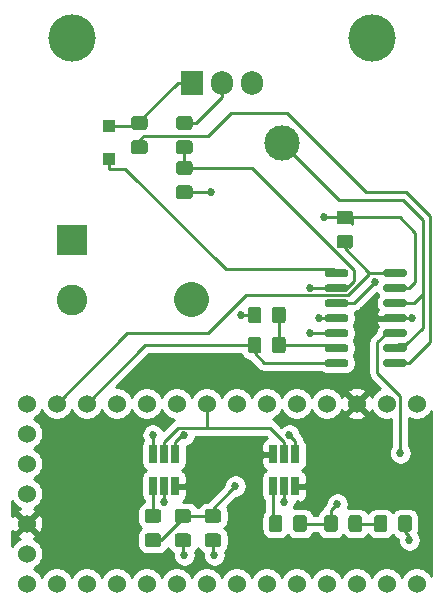
<source format=gbr>
G04 #@! TF.GenerationSoftware,KiCad,Pcbnew,5.1.5*
G04 #@! TF.CreationDate,2020-04-23T21:43:41+02:00*
G04 #@! TF.ProjectId,teensy-load,7465656e-7379-42d6-9c6f-61642e6b6963,rev?*
G04 #@! TF.SameCoordinates,Original*
G04 #@! TF.FileFunction,Copper,L1,Top*
G04 #@! TF.FilePolarity,Positive*
%FSLAX46Y46*%
G04 Gerber Fmt 4.6, Leading zero omitted, Abs format (unit mm)*
G04 Created by KiCad (PCBNEW 5.1.5) date 2020-04-23 21:43:41*
%MOMM*%
%LPD*%
G04 APERTURE LIST*
%ADD10C,3.000000*%
%ADD11C,3.000000*%
%ADD12C,0.100000*%
%ADD13C,4.000000*%
%ADD14R,1.100000X1.100000*%
%ADD15R,2.600000X2.600000*%
%ADD16C,2.600000*%
%ADD17R,1.905000X2.000000*%
%ADD18O,1.905000X2.000000*%
%ADD19R,0.650000X1.560000*%
%ADD20C,1.524000*%
%ADD21C,0.685800*%
%ADD22C,0.254000*%
G04 APERTURE END LIST*
D10*
X133350000Y-62865000D03*
D11*
X125700000Y-76115189D02*
X125700000Y-76115189D01*
G04 #@! TA.AperFunction,SMDPad,CuDef*
D12*
G36*
X122902505Y-93905204D02*
G01*
X122926773Y-93908804D01*
X122950572Y-93914765D01*
X122973671Y-93923030D01*
X122995850Y-93933520D01*
X123016893Y-93946132D01*
X123036599Y-93960747D01*
X123054777Y-93977223D01*
X123071253Y-93995401D01*
X123085868Y-94015107D01*
X123098480Y-94036150D01*
X123108970Y-94058329D01*
X123117235Y-94081428D01*
X123123196Y-94105227D01*
X123126796Y-94129495D01*
X123128000Y-94153999D01*
X123128000Y-94804001D01*
X123126796Y-94828505D01*
X123123196Y-94852773D01*
X123117235Y-94876572D01*
X123108970Y-94899671D01*
X123098480Y-94921850D01*
X123085868Y-94942893D01*
X123071253Y-94962599D01*
X123054777Y-94980777D01*
X123036599Y-94997253D01*
X123016893Y-95011868D01*
X122995850Y-95024480D01*
X122973671Y-95034970D01*
X122950572Y-95043235D01*
X122926773Y-95049196D01*
X122902505Y-95052796D01*
X122878001Y-95054000D01*
X121977999Y-95054000D01*
X121953495Y-95052796D01*
X121929227Y-95049196D01*
X121905428Y-95043235D01*
X121882329Y-95034970D01*
X121860150Y-95024480D01*
X121839107Y-95011868D01*
X121819401Y-94997253D01*
X121801223Y-94980777D01*
X121784747Y-94962599D01*
X121770132Y-94942893D01*
X121757520Y-94921850D01*
X121747030Y-94899671D01*
X121738765Y-94876572D01*
X121732804Y-94852773D01*
X121729204Y-94828505D01*
X121728000Y-94804001D01*
X121728000Y-94153999D01*
X121729204Y-94129495D01*
X121732804Y-94105227D01*
X121738765Y-94081428D01*
X121747030Y-94058329D01*
X121757520Y-94036150D01*
X121770132Y-94015107D01*
X121784747Y-93995401D01*
X121801223Y-93977223D01*
X121819401Y-93960747D01*
X121839107Y-93946132D01*
X121860150Y-93933520D01*
X121882329Y-93923030D01*
X121905428Y-93914765D01*
X121929227Y-93908804D01*
X121953495Y-93905204D01*
X121977999Y-93904000D01*
X122878001Y-93904000D01*
X122902505Y-93905204D01*
G37*
G04 #@! TD.AperFunction*
G04 #@! TA.AperFunction,SMDPad,CuDef*
G36*
X122902505Y-95955204D02*
G01*
X122926773Y-95958804D01*
X122950572Y-95964765D01*
X122973671Y-95973030D01*
X122995850Y-95983520D01*
X123016893Y-95996132D01*
X123036599Y-96010747D01*
X123054777Y-96027223D01*
X123071253Y-96045401D01*
X123085868Y-96065107D01*
X123098480Y-96086150D01*
X123108970Y-96108329D01*
X123117235Y-96131428D01*
X123123196Y-96155227D01*
X123126796Y-96179495D01*
X123128000Y-96203999D01*
X123128000Y-96854001D01*
X123126796Y-96878505D01*
X123123196Y-96902773D01*
X123117235Y-96926572D01*
X123108970Y-96949671D01*
X123098480Y-96971850D01*
X123085868Y-96992893D01*
X123071253Y-97012599D01*
X123054777Y-97030777D01*
X123036599Y-97047253D01*
X123016893Y-97061868D01*
X122995850Y-97074480D01*
X122973671Y-97084970D01*
X122950572Y-97093235D01*
X122926773Y-97099196D01*
X122902505Y-97102796D01*
X122878001Y-97104000D01*
X121977999Y-97104000D01*
X121953495Y-97102796D01*
X121929227Y-97099196D01*
X121905428Y-97093235D01*
X121882329Y-97084970D01*
X121860150Y-97074480D01*
X121839107Y-97061868D01*
X121819401Y-97047253D01*
X121801223Y-97030777D01*
X121784747Y-97012599D01*
X121770132Y-96992893D01*
X121757520Y-96971850D01*
X121747030Y-96949671D01*
X121738765Y-96926572D01*
X121732804Y-96902773D01*
X121729204Y-96878505D01*
X121728000Y-96854001D01*
X121728000Y-96203999D01*
X121729204Y-96179495D01*
X121732804Y-96155227D01*
X121738765Y-96131428D01*
X121747030Y-96108329D01*
X121757520Y-96086150D01*
X121770132Y-96065107D01*
X121784747Y-96045401D01*
X121801223Y-96027223D01*
X121819401Y-96010747D01*
X121839107Y-95996132D01*
X121860150Y-95983520D01*
X121882329Y-95973030D01*
X121905428Y-95964765D01*
X121929227Y-95958804D01*
X121953495Y-95955204D01*
X121977999Y-95954000D01*
X122878001Y-95954000D01*
X122902505Y-95955204D01*
G37*
G04 #@! TD.AperFunction*
G04 #@! TA.AperFunction,SMDPad,CuDef*
G36*
X143776703Y-81234722D02*
G01*
X143791264Y-81236882D01*
X143805543Y-81240459D01*
X143819403Y-81245418D01*
X143832710Y-81251712D01*
X143845336Y-81259280D01*
X143857159Y-81268048D01*
X143868066Y-81277934D01*
X143877952Y-81288841D01*
X143886720Y-81300664D01*
X143894288Y-81313290D01*
X143900582Y-81326597D01*
X143905541Y-81340457D01*
X143909118Y-81354736D01*
X143911278Y-81369297D01*
X143912000Y-81384000D01*
X143912000Y-81684000D01*
X143911278Y-81698703D01*
X143909118Y-81713264D01*
X143905541Y-81727543D01*
X143900582Y-81741403D01*
X143894288Y-81754710D01*
X143886720Y-81767336D01*
X143877952Y-81779159D01*
X143868066Y-81790066D01*
X143857159Y-81799952D01*
X143845336Y-81808720D01*
X143832710Y-81816288D01*
X143819403Y-81822582D01*
X143805543Y-81827541D01*
X143791264Y-81831118D01*
X143776703Y-81833278D01*
X143762000Y-81834000D01*
X142112000Y-81834000D01*
X142097297Y-81833278D01*
X142082736Y-81831118D01*
X142068457Y-81827541D01*
X142054597Y-81822582D01*
X142041290Y-81816288D01*
X142028664Y-81808720D01*
X142016841Y-81799952D01*
X142005934Y-81790066D01*
X141996048Y-81779159D01*
X141987280Y-81767336D01*
X141979712Y-81754710D01*
X141973418Y-81741403D01*
X141968459Y-81727543D01*
X141964882Y-81713264D01*
X141962722Y-81698703D01*
X141962000Y-81684000D01*
X141962000Y-81384000D01*
X141962722Y-81369297D01*
X141964882Y-81354736D01*
X141968459Y-81340457D01*
X141973418Y-81326597D01*
X141979712Y-81313290D01*
X141987280Y-81300664D01*
X141996048Y-81288841D01*
X142005934Y-81277934D01*
X142016841Y-81268048D01*
X142028664Y-81259280D01*
X142041290Y-81251712D01*
X142054597Y-81245418D01*
X142068457Y-81240459D01*
X142082736Y-81236882D01*
X142097297Y-81234722D01*
X142112000Y-81234000D01*
X143762000Y-81234000D01*
X143776703Y-81234722D01*
G37*
G04 #@! TD.AperFunction*
G04 #@! TA.AperFunction,SMDPad,CuDef*
G36*
X143776703Y-79964722D02*
G01*
X143791264Y-79966882D01*
X143805543Y-79970459D01*
X143819403Y-79975418D01*
X143832710Y-79981712D01*
X143845336Y-79989280D01*
X143857159Y-79998048D01*
X143868066Y-80007934D01*
X143877952Y-80018841D01*
X143886720Y-80030664D01*
X143894288Y-80043290D01*
X143900582Y-80056597D01*
X143905541Y-80070457D01*
X143909118Y-80084736D01*
X143911278Y-80099297D01*
X143912000Y-80114000D01*
X143912000Y-80414000D01*
X143911278Y-80428703D01*
X143909118Y-80443264D01*
X143905541Y-80457543D01*
X143900582Y-80471403D01*
X143894288Y-80484710D01*
X143886720Y-80497336D01*
X143877952Y-80509159D01*
X143868066Y-80520066D01*
X143857159Y-80529952D01*
X143845336Y-80538720D01*
X143832710Y-80546288D01*
X143819403Y-80552582D01*
X143805543Y-80557541D01*
X143791264Y-80561118D01*
X143776703Y-80563278D01*
X143762000Y-80564000D01*
X142112000Y-80564000D01*
X142097297Y-80563278D01*
X142082736Y-80561118D01*
X142068457Y-80557541D01*
X142054597Y-80552582D01*
X142041290Y-80546288D01*
X142028664Y-80538720D01*
X142016841Y-80529952D01*
X142005934Y-80520066D01*
X141996048Y-80509159D01*
X141987280Y-80497336D01*
X141979712Y-80484710D01*
X141973418Y-80471403D01*
X141968459Y-80457543D01*
X141964882Y-80443264D01*
X141962722Y-80428703D01*
X141962000Y-80414000D01*
X141962000Y-80114000D01*
X141962722Y-80099297D01*
X141964882Y-80084736D01*
X141968459Y-80070457D01*
X141973418Y-80056597D01*
X141979712Y-80043290D01*
X141987280Y-80030664D01*
X141996048Y-80018841D01*
X142005934Y-80007934D01*
X142016841Y-79998048D01*
X142028664Y-79989280D01*
X142041290Y-79981712D01*
X142054597Y-79975418D01*
X142068457Y-79970459D01*
X142082736Y-79966882D01*
X142097297Y-79964722D01*
X142112000Y-79964000D01*
X143762000Y-79964000D01*
X143776703Y-79964722D01*
G37*
G04 #@! TD.AperFunction*
G04 #@! TA.AperFunction,SMDPad,CuDef*
G36*
X143776703Y-78694722D02*
G01*
X143791264Y-78696882D01*
X143805543Y-78700459D01*
X143819403Y-78705418D01*
X143832710Y-78711712D01*
X143845336Y-78719280D01*
X143857159Y-78728048D01*
X143868066Y-78737934D01*
X143877952Y-78748841D01*
X143886720Y-78760664D01*
X143894288Y-78773290D01*
X143900582Y-78786597D01*
X143905541Y-78800457D01*
X143909118Y-78814736D01*
X143911278Y-78829297D01*
X143912000Y-78844000D01*
X143912000Y-79144000D01*
X143911278Y-79158703D01*
X143909118Y-79173264D01*
X143905541Y-79187543D01*
X143900582Y-79201403D01*
X143894288Y-79214710D01*
X143886720Y-79227336D01*
X143877952Y-79239159D01*
X143868066Y-79250066D01*
X143857159Y-79259952D01*
X143845336Y-79268720D01*
X143832710Y-79276288D01*
X143819403Y-79282582D01*
X143805543Y-79287541D01*
X143791264Y-79291118D01*
X143776703Y-79293278D01*
X143762000Y-79294000D01*
X142112000Y-79294000D01*
X142097297Y-79293278D01*
X142082736Y-79291118D01*
X142068457Y-79287541D01*
X142054597Y-79282582D01*
X142041290Y-79276288D01*
X142028664Y-79268720D01*
X142016841Y-79259952D01*
X142005934Y-79250066D01*
X141996048Y-79239159D01*
X141987280Y-79227336D01*
X141979712Y-79214710D01*
X141973418Y-79201403D01*
X141968459Y-79187543D01*
X141964882Y-79173264D01*
X141962722Y-79158703D01*
X141962000Y-79144000D01*
X141962000Y-78844000D01*
X141962722Y-78829297D01*
X141964882Y-78814736D01*
X141968459Y-78800457D01*
X141973418Y-78786597D01*
X141979712Y-78773290D01*
X141987280Y-78760664D01*
X141996048Y-78748841D01*
X142005934Y-78737934D01*
X142016841Y-78728048D01*
X142028664Y-78719280D01*
X142041290Y-78711712D01*
X142054597Y-78705418D01*
X142068457Y-78700459D01*
X142082736Y-78696882D01*
X142097297Y-78694722D01*
X142112000Y-78694000D01*
X143762000Y-78694000D01*
X143776703Y-78694722D01*
G37*
G04 #@! TD.AperFunction*
G04 #@! TA.AperFunction,SMDPad,CuDef*
G36*
X143776703Y-77424722D02*
G01*
X143791264Y-77426882D01*
X143805543Y-77430459D01*
X143819403Y-77435418D01*
X143832710Y-77441712D01*
X143845336Y-77449280D01*
X143857159Y-77458048D01*
X143868066Y-77467934D01*
X143877952Y-77478841D01*
X143886720Y-77490664D01*
X143894288Y-77503290D01*
X143900582Y-77516597D01*
X143905541Y-77530457D01*
X143909118Y-77544736D01*
X143911278Y-77559297D01*
X143912000Y-77574000D01*
X143912000Y-77874000D01*
X143911278Y-77888703D01*
X143909118Y-77903264D01*
X143905541Y-77917543D01*
X143900582Y-77931403D01*
X143894288Y-77944710D01*
X143886720Y-77957336D01*
X143877952Y-77969159D01*
X143868066Y-77980066D01*
X143857159Y-77989952D01*
X143845336Y-77998720D01*
X143832710Y-78006288D01*
X143819403Y-78012582D01*
X143805543Y-78017541D01*
X143791264Y-78021118D01*
X143776703Y-78023278D01*
X143762000Y-78024000D01*
X142112000Y-78024000D01*
X142097297Y-78023278D01*
X142082736Y-78021118D01*
X142068457Y-78017541D01*
X142054597Y-78012582D01*
X142041290Y-78006288D01*
X142028664Y-77998720D01*
X142016841Y-77989952D01*
X142005934Y-77980066D01*
X141996048Y-77969159D01*
X141987280Y-77957336D01*
X141979712Y-77944710D01*
X141973418Y-77931403D01*
X141968459Y-77917543D01*
X141964882Y-77903264D01*
X141962722Y-77888703D01*
X141962000Y-77874000D01*
X141962000Y-77574000D01*
X141962722Y-77559297D01*
X141964882Y-77544736D01*
X141968459Y-77530457D01*
X141973418Y-77516597D01*
X141979712Y-77503290D01*
X141987280Y-77490664D01*
X141996048Y-77478841D01*
X142005934Y-77467934D01*
X142016841Y-77458048D01*
X142028664Y-77449280D01*
X142041290Y-77441712D01*
X142054597Y-77435418D01*
X142068457Y-77430459D01*
X142082736Y-77426882D01*
X142097297Y-77424722D01*
X142112000Y-77424000D01*
X143762000Y-77424000D01*
X143776703Y-77424722D01*
G37*
G04 #@! TD.AperFunction*
G04 #@! TA.AperFunction,SMDPad,CuDef*
G36*
X143776703Y-76154722D02*
G01*
X143791264Y-76156882D01*
X143805543Y-76160459D01*
X143819403Y-76165418D01*
X143832710Y-76171712D01*
X143845336Y-76179280D01*
X143857159Y-76188048D01*
X143868066Y-76197934D01*
X143877952Y-76208841D01*
X143886720Y-76220664D01*
X143894288Y-76233290D01*
X143900582Y-76246597D01*
X143905541Y-76260457D01*
X143909118Y-76274736D01*
X143911278Y-76289297D01*
X143912000Y-76304000D01*
X143912000Y-76604000D01*
X143911278Y-76618703D01*
X143909118Y-76633264D01*
X143905541Y-76647543D01*
X143900582Y-76661403D01*
X143894288Y-76674710D01*
X143886720Y-76687336D01*
X143877952Y-76699159D01*
X143868066Y-76710066D01*
X143857159Y-76719952D01*
X143845336Y-76728720D01*
X143832710Y-76736288D01*
X143819403Y-76742582D01*
X143805543Y-76747541D01*
X143791264Y-76751118D01*
X143776703Y-76753278D01*
X143762000Y-76754000D01*
X142112000Y-76754000D01*
X142097297Y-76753278D01*
X142082736Y-76751118D01*
X142068457Y-76747541D01*
X142054597Y-76742582D01*
X142041290Y-76736288D01*
X142028664Y-76728720D01*
X142016841Y-76719952D01*
X142005934Y-76710066D01*
X141996048Y-76699159D01*
X141987280Y-76687336D01*
X141979712Y-76674710D01*
X141973418Y-76661403D01*
X141968459Y-76647543D01*
X141964882Y-76633264D01*
X141962722Y-76618703D01*
X141962000Y-76604000D01*
X141962000Y-76304000D01*
X141962722Y-76289297D01*
X141964882Y-76274736D01*
X141968459Y-76260457D01*
X141973418Y-76246597D01*
X141979712Y-76233290D01*
X141987280Y-76220664D01*
X141996048Y-76208841D01*
X142005934Y-76197934D01*
X142016841Y-76188048D01*
X142028664Y-76179280D01*
X142041290Y-76171712D01*
X142054597Y-76165418D01*
X142068457Y-76160459D01*
X142082736Y-76156882D01*
X142097297Y-76154722D01*
X142112000Y-76154000D01*
X143762000Y-76154000D01*
X143776703Y-76154722D01*
G37*
G04 #@! TD.AperFunction*
G04 #@! TA.AperFunction,SMDPad,CuDef*
G36*
X143776703Y-74884722D02*
G01*
X143791264Y-74886882D01*
X143805543Y-74890459D01*
X143819403Y-74895418D01*
X143832710Y-74901712D01*
X143845336Y-74909280D01*
X143857159Y-74918048D01*
X143868066Y-74927934D01*
X143877952Y-74938841D01*
X143886720Y-74950664D01*
X143894288Y-74963290D01*
X143900582Y-74976597D01*
X143905541Y-74990457D01*
X143909118Y-75004736D01*
X143911278Y-75019297D01*
X143912000Y-75034000D01*
X143912000Y-75334000D01*
X143911278Y-75348703D01*
X143909118Y-75363264D01*
X143905541Y-75377543D01*
X143900582Y-75391403D01*
X143894288Y-75404710D01*
X143886720Y-75417336D01*
X143877952Y-75429159D01*
X143868066Y-75440066D01*
X143857159Y-75449952D01*
X143845336Y-75458720D01*
X143832710Y-75466288D01*
X143819403Y-75472582D01*
X143805543Y-75477541D01*
X143791264Y-75481118D01*
X143776703Y-75483278D01*
X143762000Y-75484000D01*
X142112000Y-75484000D01*
X142097297Y-75483278D01*
X142082736Y-75481118D01*
X142068457Y-75477541D01*
X142054597Y-75472582D01*
X142041290Y-75466288D01*
X142028664Y-75458720D01*
X142016841Y-75449952D01*
X142005934Y-75440066D01*
X141996048Y-75429159D01*
X141987280Y-75417336D01*
X141979712Y-75404710D01*
X141973418Y-75391403D01*
X141968459Y-75377543D01*
X141964882Y-75363264D01*
X141962722Y-75348703D01*
X141962000Y-75334000D01*
X141962000Y-75034000D01*
X141962722Y-75019297D01*
X141964882Y-75004736D01*
X141968459Y-74990457D01*
X141973418Y-74976597D01*
X141979712Y-74963290D01*
X141987280Y-74950664D01*
X141996048Y-74938841D01*
X142005934Y-74927934D01*
X142016841Y-74918048D01*
X142028664Y-74909280D01*
X142041290Y-74901712D01*
X142054597Y-74895418D01*
X142068457Y-74890459D01*
X142082736Y-74886882D01*
X142097297Y-74884722D01*
X142112000Y-74884000D01*
X143762000Y-74884000D01*
X143776703Y-74884722D01*
G37*
G04 #@! TD.AperFunction*
G04 #@! TA.AperFunction,SMDPad,CuDef*
G36*
X143776703Y-73614722D02*
G01*
X143791264Y-73616882D01*
X143805543Y-73620459D01*
X143819403Y-73625418D01*
X143832710Y-73631712D01*
X143845336Y-73639280D01*
X143857159Y-73648048D01*
X143868066Y-73657934D01*
X143877952Y-73668841D01*
X143886720Y-73680664D01*
X143894288Y-73693290D01*
X143900582Y-73706597D01*
X143905541Y-73720457D01*
X143909118Y-73734736D01*
X143911278Y-73749297D01*
X143912000Y-73764000D01*
X143912000Y-74064000D01*
X143911278Y-74078703D01*
X143909118Y-74093264D01*
X143905541Y-74107543D01*
X143900582Y-74121403D01*
X143894288Y-74134710D01*
X143886720Y-74147336D01*
X143877952Y-74159159D01*
X143868066Y-74170066D01*
X143857159Y-74179952D01*
X143845336Y-74188720D01*
X143832710Y-74196288D01*
X143819403Y-74202582D01*
X143805543Y-74207541D01*
X143791264Y-74211118D01*
X143776703Y-74213278D01*
X143762000Y-74214000D01*
X142112000Y-74214000D01*
X142097297Y-74213278D01*
X142082736Y-74211118D01*
X142068457Y-74207541D01*
X142054597Y-74202582D01*
X142041290Y-74196288D01*
X142028664Y-74188720D01*
X142016841Y-74179952D01*
X142005934Y-74170066D01*
X141996048Y-74159159D01*
X141987280Y-74147336D01*
X141979712Y-74134710D01*
X141973418Y-74121403D01*
X141968459Y-74107543D01*
X141964882Y-74093264D01*
X141962722Y-74078703D01*
X141962000Y-74064000D01*
X141962000Y-73764000D01*
X141962722Y-73749297D01*
X141964882Y-73734736D01*
X141968459Y-73720457D01*
X141973418Y-73706597D01*
X141979712Y-73693290D01*
X141987280Y-73680664D01*
X141996048Y-73668841D01*
X142005934Y-73657934D01*
X142016841Y-73648048D01*
X142028664Y-73639280D01*
X142041290Y-73631712D01*
X142054597Y-73625418D01*
X142068457Y-73620459D01*
X142082736Y-73616882D01*
X142097297Y-73614722D01*
X142112000Y-73614000D01*
X143762000Y-73614000D01*
X143776703Y-73614722D01*
G37*
G04 #@! TD.AperFunction*
G04 #@! TA.AperFunction,SMDPad,CuDef*
G36*
X138826703Y-73614722D02*
G01*
X138841264Y-73616882D01*
X138855543Y-73620459D01*
X138869403Y-73625418D01*
X138882710Y-73631712D01*
X138895336Y-73639280D01*
X138907159Y-73648048D01*
X138918066Y-73657934D01*
X138927952Y-73668841D01*
X138936720Y-73680664D01*
X138944288Y-73693290D01*
X138950582Y-73706597D01*
X138955541Y-73720457D01*
X138959118Y-73734736D01*
X138961278Y-73749297D01*
X138962000Y-73764000D01*
X138962000Y-74064000D01*
X138961278Y-74078703D01*
X138959118Y-74093264D01*
X138955541Y-74107543D01*
X138950582Y-74121403D01*
X138944288Y-74134710D01*
X138936720Y-74147336D01*
X138927952Y-74159159D01*
X138918066Y-74170066D01*
X138907159Y-74179952D01*
X138895336Y-74188720D01*
X138882710Y-74196288D01*
X138869403Y-74202582D01*
X138855543Y-74207541D01*
X138841264Y-74211118D01*
X138826703Y-74213278D01*
X138812000Y-74214000D01*
X137162000Y-74214000D01*
X137147297Y-74213278D01*
X137132736Y-74211118D01*
X137118457Y-74207541D01*
X137104597Y-74202582D01*
X137091290Y-74196288D01*
X137078664Y-74188720D01*
X137066841Y-74179952D01*
X137055934Y-74170066D01*
X137046048Y-74159159D01*
X137037280Y-74147336D01*
X137029712Y-74134710D01*
X137023418Y-74121403D01*
X137018459Y-74107543D01*
X137014882Y-74093264D01*
X137012722Y-74078703D01*
X137012000Y-74064000D01*
X137012000Y-73764000D01*
X137012722Y-73749297D01*
X137014882Y-73734736D01*
X137018459Y-73720457D01*
X137023418Y-73706597D01*
X137029712Y-73693290D01*
X137037280Y-73680664D01*
X137046048Y-73668841D01*
X137055934Y-73657934D01*
X137066841Y-73648048D01*
X137078664Y-73639280D01*
X137091290Y-73631712D01*
X137104597Y-73625418D01*
X137118457Y-73620459D01*
X137132736Y-73616882D01*
X137147297Y-73614722D01*
X137162000Y-73614000D01*
X138812000Y-73614000D01*
X138826703Y-73614722D01*
G37*
G04 #@! TD.AperFunction*
G04 #@! TA.AperFunction,SMDPad,CuDef*
G36*
X138826703Y-74884722D02*
G01*
X138841264Y-74886882D01*
X138855543Y-74890459D01*
X138869403Y-74895418D01*
X138882710Y-74901712D01*
X138895336Y-74909280D01*
X138907159Y-74918048D01*
X138918066Y-74927934D01*
X138927952Y-74938841D01*
X138936720Y-74950664D01*
X138944288Y-74963290D01*
X138950582Y-74976597D01*
X138955541Y-74990457D01*
X138959118Y-75004736D01*
X138961278Y-75019297D01*
X138962000Y-75034000D01*
X138962000Y-75334000D01*
X138961278Y-75348703D01*
X138959118Y-75363264D01*
X138955541Y-75377543D01*
X138950582Y-75391403D01*
X138944288Y-75404710D01*
X138936720Y-75417336D01*
X138927952Y-75429159D01*
X138918066Y-75440066D01*
X138907159Y-75449952D01*
X138895336Y-75458720D01*
X138882710Y-75466288D01*
X138869403Y-75472582D01*
X138855543Y-75477541D01*
X138841264Y-75481118D01*
X138826703Y-75483278D01*
X138812000Y-75484000D01*
X137162000Y-75484000D01*
X137147297Y-75483278D01*
X137132736Y-75481118D01*
X137118457Y-75477541D01*
X137104597Y-75472582D01*
X137091290Y-75466288D01*
X137078664Y-75458720D01*
X137066841Y-75449952D01*
X137055934Y-75440066D01*
X137046048Y-75429159D01*
X137037280Y-75417336D01*
X137029712Y-75404710D01*
X137023418Y-75391403D01*
X137018459Y-75377543D01*
X137014882Y-75363264D01*
X137012722Y-75348703D01*
X137012000Y-75334000D01*
X137012000Y-75034000D01*
X137012722Y-75019297D01*
X137014882Y-75004736D01*
X137018459Y-74990457D01*
X137023418Y-74976597D01*
X137029712Y-74963290D01*
X137037280Y-74950664D01*
X137046048Y-74938841D01*
X137055934Y-74927934D01*
X137066841Y-74918048D01*
X137078664Y-74909280D01*
X137091290Y-74901712D01*
X137104597Y-74895418D01*
X137118457Y-74890459D01*
X137132736Y-74886882D01*
X137147297Y-74884722D01*
X137162000Y-74884000D01*
X138812000Y-74884000D01*
X138826703Y-74884722D01*
G37*
G04 #@! TD.AperFunction*
G04 #@! TA.AperFunction,SMDPad,CuDef*
G36*
X138826703Y-76154722D02*
G01*
X138841264Y-76156882D01*
X138855543Y-76160459D01*
X138869403Y-76165418D01*
X138882710Y-76171712D01*
X138895336Y-76179280D01*
X138907159Y-76188048D01*
X138918066Y-76197934D01*
X138927952Y-76208841D01*
X138936720Y-76220664D01*
X138944288Y-76233290D01*
X138950582Y-76246597D01*
X138955541Y-76260457D01*
X138959118Y-76274736D01*
X138961278Y-76289297D01*
X138962000Y-76304000D01*
X138962000Y-76604000D01*
X138961278Y-76618703D01*
X138959118Y-76633264D01*
X138955541Y-76647543D01*
X138950582Y-76661403D01*
X138944288Y-76674710D01*
X138936720Y-76687336D01*
X138927952Y-76699159D01*
X138918066Y-76710066D01*
X138907159Y-76719952D01*
X138895336Y-76728720D01*
X138882710Y-76736288D01*
X138869403Y-76742582D01*
X138855543Y-76747541D01*
X138841264Y-76751118D01*
X138826703Y-76753278D01*
X138812000Y-76754000D01*
X137162000Y-76754000D01*
X137147297Y-76753278D01*
X137132736Y-76751118D01*
X137118457Y-76747541D01*
X137104597Y-76742582D01*
X137091290Y-76736288D01*
X137078664Y-76728720D01*
X137066841Y-76719952D01*
X137055934Y-76710066D01*
X137046048Y-76699159D01*
X137037280Y-76687336D01*
X137029712Y-76674710D01*
X137023418Y-76661403D01*
X137018459Y-76647543D01*
X137014882Y-76633264D01*
X137012722Y-76618703D01*
X137012000Y-76604000D01*
X137012000Y-76304000D01*
X137012722Y-76289297D01*
X137014882Y-76274736D01*
X137018459Y-76260457D01*
X137023418Y-76246597D01*
X137029712Y-76233290D01*
X137037280Y-76220664D01*
X137046048Y-76208841D01*
X137055934Y-76197934D01*
X137066841Y-76188048D01*
X137078664Y-76179280D01*
X137091290Y-76171712D01*
X137104597Y-76165418D01*
X137118457Y-76160459D01*
X137132736Y-76156882D01*
X137147297Y-76154722D01*
X137162000Y-76154000D01*
X138812000Y-76154000D01*
X138826703Y-76154722D01*
G37*
G04 #@! TD.AperFunction*
G04 #@! TA.AperFunction,SMDPad,CuDef*
G36*
X138826703Y-77424722D02*
G01*
X138841264Y-77426882D01*
X138855543Y-77430459D01*
X138869403Y-77435418D01*
X138882710Y-77441712D01*
X138895336Y-77449280D01*
X138907159Y-77458048D01*
X138918066Y-77467934D01*
X138927952Y-77478841D01*
X138936720Y-77490664D01*
X138944288Y-77503290D01*
X138950582Y-77516597D01*
X138955541Y-77530457D01*
X138959118Y-77544736D01*
X138961278Y-77559297D01*
X138962000Y-77574000D01*
X138962000Y-77874000D01*
X138961278Y-77888703D01*
X138959118Y-77903264D01*
X138955541Y-77917543D01*
X138950582Y-77931403D01*
X138944288Y-77944710D01*
X138936720Y-77957336D01*
X138927952Y-77969159D01*
X138918066Y-77980066D01*
X138907159Y-77989952D01*
X138895336Y-77998720D01*
X138882710Y-78006288D01*
X138869403Y-78012582D01*
X138855543Y-78017541D01*
X138841264Y-78021118D01*
X138826703Y-78023278D01*
X138812000Y-78024000D01*
X137162000Y-78024000D01*
X137147297Y-78023278D01*
X137132736Y-78021118D01*
X137118457Y-78017541D01*
X137104597Y-78012582D01*
X137091290Y-78006288D01*
X137078664Y-77998720D01*
X137066841Y-77989952D01*
X137055934Y-77980066D01*
X137046048Y-77969159D01*
X137037280Y-77957336D01*
X137029712Y-77944710D01*
X137023418Y-77931403D01*
X137018459Y-77917543D01*
X137014882Y-77903264D01*
X137012722Y-77888703D01*
X137012000Y-77874000D01*
X137012000Y-77574000D01*
X137012722Y-77559297D01*
X137014882Y-77544736D01*
X137018459Y-77530457D01*
X137023418Y-77516597D01*
X137029712Y-77503290D01*
X137037280Y-77490664D01*
X137046048Y-77478841D01*
X137055934Y-77467934D01*
X137066841Y-77458048D01*
X137078664Y-77449280D01*
X137091290Y-77441712D01*
X137104597Y-77435418D01*
X137118457Y-77430459D01*
X137132736Y-77426882D01*
X137147297Y-77424722D01*
X137162000Y-77424000D01*
X138812000Y-77424000D01*
X138826703Y-77424722D01*
G37*
G04 #@! TD.AperFunction*
G04 #@! TA.AperFunction,SMDPad,CuDef*
G36*
X138826703Y-78694722D02*
G01*
X138841264Y-78696882D01*
X138855543Y-78700459D01*
X138869403Y-78705418D01*
X138882710Y-78711712D01*
X138895336Y-78719280D01*
X138907159Y-78728048D01*
X138918066Y-78737934D01*
X138927952Y-78748841D01*
X138936720Y-78760664D01*
X138944288Y-78773290D01*
X138950582Y-78786597D01*
X138955541Y-78800457D01*
X138959118Y-78814736D01*
X138961278Y-78829297D01*
X138962000Y-78844000D01*
X138962000Y-79144000D01*
X138961278Y-79158703D01*
X138959118Y-79173264D01*
X138955541Y-79187543D01*
X138950582Y-79201403D01*
X138944288Y-79214710D01*
X138936720Y-79227336D01*
X138927952Y-79239159D01*
X138918066Y-79250066D01*
X138907159Y-79259952D01*
X138895336Y-79268720D01*
X138882710Y-79276288D01*
X138869403Y-79282582D01*
X138855543Y-79287541D01*
X138841264Y-79291118D01*
X138826703Y-79293278D01*
X138812000Y-79294000D01*
X137162000Y-79294000D01*
X137147297Y-79293278D01*
X137132736Y-79291118D01*
X137118457Y-79287541D01*
X137104597Y-79282582D01*
X137091290Y-79276288D01*
X137078664Y-79268720D01*
X137066841Y-79259952D01*
X137055934Y-79250066D01*
X137046048Y-79239159D01*
X137037280Y-79227336D01*
X137029712Y-79214710D01*
X137023418Y-79201403D01*
X137018459Y-79187543D01*
X137014882Y-79173264D01*
X137012722Y-79158703D01*
X137012000Y-79144000D01*
X137012000Y-78844000D01*
X137012722Y-78829297D01*
X137014882Y-78814736D01*
X137018459Y-78800457D01*
X137023418Y-78786597D01*
X137029712Y-78773290D01*
X137037280Y-78760664D01*
X137046048Y-78748841D01*
X137055934Y-78737934D01*
X137066841Y-78728048D01*
X137078664Y-78719280D01*
X137091290Y-78711712D01*
X137104597Y-78705418D01*
X137118457Y-78700459D01*
X137132736Y-78696882D01*
X137147297Y-78694722D01*
X137162000Y-78694000D01*
X138812000Y-78694000D01*
X138826703Y-78694722D01*
G37*
G04 #@! TD.AperFunction*
G04 #@! TA.AperFunction,SMDPad,CuDef*
G36*
X138826703Y-79964722D02*
G01*
X138841264Y-79966882D01*
X138855543Y-79970459D01*
X138869403Y-79975418D01*
X138882710Y-79981712D01*
X138895336Y-79989280D01*
X138907159Y-79998048D01*
X138918066Y-80007934D01*
X138927952Y-80018841D01*
X138936720Y-80030664D01*
X138944288Y-80043290D01*
X138950582Y-80056597D01*
X138955541Y-80070457D01*
X138959118Y-80084736D01*
X138961278Y-80099297D01*
X138962000Y-80114000D01*
X138962000Y-80414000D01*
X138961278Y-80428703D01*
X138959118Y-80443264D01*
X138955541Y-80457543D01*
X138950582Y-80471403D01*
X138944288Y-80484710D01*
X138936720Y-80497336D01*
X138927952Y-80509159D01*
X138918066Y-80520066D01*
X138907159Y-80529952D01*
X138895336Y-80538720D01*
X138882710Y-80546288D01*
X138869403Y-80552582D01*
X138855543Y-80557541D01*
X138841264Y-80561118D01*
X138826703Y-80563278D01*
X138812000Y-80564000D01*
X137162000Y-80564000D01*
X137147297Y-80563278D01*
X137132736Y-80561118D01*
X137118457Y-80557541D01*
X137104597Y-80552582D01*
X137091290Y-80546288D01*
X137078664Y-80538720D01*
X137066841Y-80529952D01*
X137055934Y-80520066D01*
X137046048Y-80509159D01*
X137037280Y-80497336D01*
X137029712Y-80484710D01*
X137023418Y-80471403D01*
X137018459Y-80457543D01*
X137014882Y-80443264D01*
X137012722Y-80428703D01*
X137012000Y-80414000D01*
X137012000Y-80114000D01*
X137012722Y-80099297D01*
X137014882Y-80084736D01*
X137018459Y-80070457D01*
X137023418Y-80056597D01*
X137029712Y-80043290D01*
X137037280Y-80030664D01*
X137046048Y-80018841D01*
X137055934Y-80007934D01*
X137066841Y-79998048D01*
X137078664Y-79989280D01*
X137091290Y-79981712D01*
X137104597Y-79975418D01*
X137118457Y-79970459D01*
X137132736Y-79966882D01*
X137147297Y-79964722D01*
X137162000Y-79964000D01*
X138812000Y-79964000D01*
X138826703Y-79964722D01*
G37*
G04 #@! TD.AperFunction*
G04 #@! TA.AperFunction,SMDPad,CuDef*
G36*
X138826703Y-81234722D02*
G01*
X138841264Y-81236882D01*
X138855543Y-81240459D01*
X138869403Y-81245418D01*
X138882710Y-81251712D01*
X138895336Y-81259280D01*
X138907159Y-81268048D01*
X138918066Y-81277934D01*
X138927952Y-81288841D01*
X138936720Y-81300664D01*
X138944288Y-81313290D01*
X138950582Y-81326597D01*
X138955541Y-81340457D01*
X138959118Y-81354736D01*
X138961278Y-81369297D01*
X138962000Y-81384000D01*
X138962000Y-81684000D01*
X138961278Y-81698703D01*
X138959118Y-81713264D01*
X138955541Y-81727543D01*
X138950582Y-81741403D01*
X138944288Y-81754710D01*
X138936720Y-81767336D01*
X138927952Y-81779159D01*
X138918066Y-81790066D01*
X138907159Y-81799952D01*
X138895336Y-81808720D01*
X138882710Y-81816288D01*
X138869403Y-81822582D01*
X138855543Y-81827541D01*
X138841264Y-81831118D01*
X138826703Y-81833278D01*
X138812000Y-81834000D01*
X137162000Y-81834000D01*
X137147297Y-81833278D01*
X137132736Y-81831118D01*
X137118457Y-81827541D01*
X137104597Y-81822582D01*
X137091290Y-81816288D01*
X137078664Y-81808720D01*
X137066841Y-81799952D01*
X137055934Y-81790066D01*
X137046048Y-81779159D01*
X137037280Y-81767336D01*
X137029712Y-81754710D01*
X137023418Y-81741403D01*
X137018459Y-81727543D01*
X137014882Y-81713264D01*
X137012722Y-81698703D01*
X137012000Y-81684000D01*
X137012000Y-81384000D01*
X137012722Y-81369297D01*
X137014882Y-81354736D01*
X137018459Y-81340457D01*
X137023418Y-81326597D01*
X137029712Y-81313290D01*
X137037280Y-81300664D01*
X137046048Y-81288841D01*
X137055934Y-81277934D01*
X137066841Y-81268048D01*
X137078664Y-81259280D01*
X137091290Y-81251712D01*
X137104597Y-81245418D01*
X137118457Y-81240459D01*
X137132736Y-81236882D01*
X137147297Y-81234722D01*
X137162000Y-81234000D01*
X138812000Y-81234000D01*
X138826703Y-81234722D01*
G37*
G04 #@! TD.AperFunction*
G04 #@! TA.AperFunction,SMDPad,CuDef*
G36*
X139158505Y-68632204D02*
G01*
X139182773Y-68635804D01*
X139206572Y-68641765D01*
X139229671Y-68650030D01*
X139251850Y-68660520D01*
X139272893Y-68673132D01*
X139292599Y-68687747D01*
X139310777Y-68704223D01*
X139327253Y-68722401D01*
X139341868Y-68742107D01*
X139354480Y-68763150D01*
X139364970Y-68785329D01*
X139373235Y-68808428D01*
X139379196Y-68832227D01*
X139382796Y-68856495D01*
X139384000Y-68880999D01*
X139384000Y-69531001D01*
X139382796Y-69555505D01*
X139379196Y-69579773D01*
X139373235Y-69603572D01*
X139364970Y-69626671D01*
X139354480Y-69648850D01*
X139341868Y-69669893D01*
X139327253Y-69689599D01*
X139310777Y-69707777D01*
X139292599Y-69724253D01*
X139272893Y-69738868D01*
X139251850Y-69751480D01*
X139229671Y-69761970D01*
X139206572Y-69770235D01*
X139182773Y-69776196D01*
X139158505Y-69779796D01*
X139134001Y-69781000D01*
X138233999Y-69781000D01*
X138209495Y-69779796D01*
X138185227Y-69776196D01*
X138161428Y-69770235D01*
X138138329Y-69761970D01*
X138116150Y-69751480D01*
X138095107Y-69738868D01*
X138075401Y-69724253D01*
X138057223Y-69707777D01*
X138040747Y-69689599D01*
X138026132Y-69669893D01*
X138013520Y-69648850D01*
X138003030Y-69626671D01*
X137994765Y-69603572D01*
X137988804Y-69579773D01*
X137985204Y-69555505D01*
X137984000Y-69531001D01*
X137984000Y-68880999D01*
X137985204Y-68856495D01*
X137988804Y-68832227D01*
X137994765Y-68808428D01*
X138003030Y-68785329D01*
X138013520Y-68763150D01*
X138026132Y-68742107D01*
X138040747Y-68722401D01*
X138057223Y-68704223D01*
X138075401Y-68687747D01*
X138095107Y-68673132D01*
X138116150Y-68660520D01*
X138138329Y-68650030D01*
X138161428Y-68641765D01*
X138185227Y-68635804D01*
X138209495Y-68632204D01*
X138233999Y-68631000D01*
X139134001Y-68631000D01*
X139158505Y-68632204D01*
G37*
G04 #@! TD.AperFunction*
G04 #@! TA.AperFunction,SMDPad,CuDef*
G36*
X139158505Y-70682204D02*
G01*
X139182773Y-70685804D01*
X139206572Y-70691765D01*
X139229671Y-70700030D01*
X139251850Y-70710520D01*
X139272893Y-70723132D01*
X139292599Y-70737747D01*
X139310777Y-70754223D01*
X139327253Y-70772401D01*
X139341868Y-70792107D01*
X139354480Y-70813150D01*
X139364970Y-70835329D01*
X139373235Y-70858428D01*
X139379196Y-70882227D01*
X139382796Y-70906495D01*
X139384000Y-70930999D01*
X139384000Y-71581001D01*
X139382796Y-71605505D01*
X139379196Y-71629773D01*
X139373235Y-71653572D01*
X139364970Y-71676671D01*
X139354480Y-71698850D01*
X139341868Y-71719893D01*
X139327253Y-71739599D01*
X139310777Y-71757777D01*
X139292599Y-71774253D01*
X139272893Y-71788868D01*
X139251850Y-71801480D01*
X139229671Y-71811970D01*
X139206572Y-71820235D01*
X139182773Y-71826196D01*
X139158505Y-71829796D01*
X139134001Y-71831000D01*
X138233999Y-71831000D01*
X138209495Y-71829796D01*
X138185227Y-71826196D01*
X138161428Y-71820235D01*
X138138329Y-71811970D01*
X138116150Y-71801480D01*
X138095107Y-71788868D01*
X138075401Y-71774253D01*
X138057223Y-71757777D01*
X138040747Y-71739599D01*
X138026132Y-71719893D01*
X138013520Y-71698850D01*
X138003030Y-71676671D01*
X137994765Y-71653572D01*
X137988804Y-71629773D01*
X137985204Y-71605505D01*
X137984000Y-71581001D01*
X137984000Y-70930999D01*
X137985204Y-70906495D01*
X137988804Y-70882227D01*
X137994765Y-70858428D01*
X138003030Y-70835329D01*
X138013520Y-70813150D01*
X138026132Y-70792107D01*
X138040747Y-70772401D01*
X138057223Y-70754223D01*
X138075401Y-70737747D01*
X138095107Y-70723132D01*
X138116150Y-70710520D01*
X138138329Y-70700030D01*
X138161428Y-70691765D01*
X138185227Y-70685804D01*
X138209495Y-70682204D01*
X138233999Y-70681000D01*
X139134001Y-70681000D01*
X139158505Y-70682204D01*
G37*
G04 #@! TD.AperFunction*
D13*
X140970000Y-53975000D03*
X115570000Y-53975000D03*
D14*
X118745000Y-61465000D03*
X118745000Y-64265000D03*
D15*
X115570000Y-71120000D03*
D16*
X115570000Y-76200000D03*
D17*
X125730000Y-57785000D03*
D18*
X128270000Y-57785000D03*
X130810000Y-57785000D03*
G04 #@! TA.AperFunction,SMDPad,CuDef*
D12*
G36*
X127982505Y-93914204D02*
G01*
X128006773Y-93917804D01*
X128030572Y-93923765D01*
X128053671Y-93932030D01*
X128075850Y-93942520D01*
X128096893Y-93955132D01*
X128116599Y-93969747D01*
X128134777Y-93986223D01*
X128151253Y-94004401D01*
X128165868Y-94024107D01*
X128178480Y-94045150D01*
X128188970Y-94067329D01*
X128197235Y-94090428D01*
X128203196Y-94114227D01*
X128206796Y-94138495D01*
X128208000Y-94162999D01*
X128208000Y-94813001D01*
X128206796Y-94837505D01*
X128203196Y-94861773D01*
X128197235Y-94885572D01*
X128188970Y-94908671D01*
X128178480Y-94930850D01*
X128165868Y-94951893D01*
X128151253Y-94971599D01*
X128134777Y-94989777D01*
X128116599Y-95006253D01*
X128096893Y-95020868D01*
X128075850Y-95033480D01*
X128053671Y-95043970D01*
X128030572Y-95052235D01*
X128006773Y-95058196D01*
X127982505Y-95061796D01*
X127958001Y-95063000D01*
X127057999Y-95063000D01*
X127033495Y-95061796D01*
X127009227Y-95058196D01*
X126985428Y-95052235D01*
X126962329Y-95043970D01*
X126940150Y-95033480D01*
X126919107Y-95020868D01*
X126899401Y-95006253D01*
X126881223Y-94989777D01*
X126864747Y-94971599D01*
X126850132Y-94951893D01*
X126837520Y-94930850D01*
X126827030Y-94908671D01*
X126818765Y-94885572D01*
X126812804Y-94861773D01*
X126809204Y-94837505D01*
X126808000Y-94813001D01*
X126808000Y-94162999D01*
X126809204Y-94138495D01*
X126812804Y-94114227D01*
X126818765Y-94090428D01*
X126827030Y-94067329D01*
X126837520Y-94045150D01*
X126850132Y-94024107D01*
X126864747Y-94004401D01*
X126881223Y-93986223D01*
X126899401Y-93969747D01*
X126919107Y-93955132D01*
X126940150Y-93942520D01*
X126962329Y-93932030D01*
X126985428Y-93923765D01*
X127009227Y-93917804D01*
X127033495Y-93914204D01*
X127057999Y-93913000D01*
X127958001Y-93913000D01*
X127982505Y-93914204D01*
G37*
G04 #@! TD.AperFunction*
G04 #@! TA.AperFunction,SMDPad,CuDef*
G36*
X127982505Y-95964204D02*
G01*
X128006773Y-95967804D01*
X128030572Y-95973765D01*
X128053671Y-95982030D01*
X128075850Y-95992520D01*
X128096893Y-96005132D01*
X128116599Y-96019747D01*
X128134777Y-96036223D01*
X128151253Y-96054401D01*
X128165868Y-96074107D01*
X128178480Y-96095150D01*
X128188970Y-96117329D01*
X128197235Y-96140428D01*
X128203196Y-96164227D01*
X128206796Y-96188495D01*
X128208000Y-96212999D01*
X128208000Y-96863001D01*
X128206796Y-96887505D01*
X128203196Y-96911773D01*
X128197235Y-96935572D01*
X128188970Y-96958671D01*
X128178480Y-96980850D01*
X128165868Y-97001893D01*
X128151253Y-97021599D01*
X128134777Y-97039777D01*
X128116599Y-97056253D01*
X128096893Y-97070868D01*
X128075850Y-97083480D01*
X128053671Y-97093970D01*
X128030572Y-97102235D01*
X128006773Y-97108196D01*
X127982505Y-97111796D01*
X127958001Y-97113000D01*
X127057999Y-97113000D01*
X127033495Y-97111796D01*
X127009227Y-97108196D01*
X126985428Y-97102235D01*
X126962329Y-97093970D01*
X126940150Y-97083480D01*
X126919107Y-97070868D01*
X126899401Y-97056253D01*
X126881223Y-97039777D01*
X126864747Y-97021599D01*
X126850132Y-97001893D01*
X126837520Y-96980850D01*
X126827030Y-96958671D01*
X126818765Y-96935572D01*
X126812804Y-96911773D01*
X126809204Y-96887505D01*
X126808000Y-96863001D01*
X126808000Y-96212999D01*
X126809204Y-96188495D01*
X126812804Y-96164227D01*
X126818765Y-96140428D01*
X126827030Y-96117329D01*
X126837520Y-96095150D01*
X126850132Y-96074107D01*
X126864747Y-96054401D01*
X126881223Y-96036223D01*
X126899401Y-96019747D01*
X126919107Y-96005132D01*
X126940150Y-95992520D01*
X126962329Y-95982030D01*
X126985428Y-95973765D01*
X127009227Y-95967804D01*
X127033495Y-95964204D01*
X127057999Y-95963000D01*
X127958001Y-95963000D01*
X127982505Y-95964204D01*
G37*
G04 #@! TD.AperFunction*
G04 #@! TA.AperFunction,SMDPad,CuDef*
G36*
X121759505Y-62681204D02*
G01*
X121783773Y-62684804D01*
X121807572Y-62690765D01*
X121830671Y-62699030D01*
X121852850Y-62709520D01*
X121873893Y-62722132D01*
X121893599Y-62736747D01*
X121911777Y-62753223D01*
X121928253Y-62771401D01*
X121942868Y-62791107D01*
X121955480Y-62812150D01*
X121965970Y-62834329D01*
X121974235Y-62857428D01*
X121980196Y-62881227D01*
X121983796Y-62905495D01*
X121985000Y-62929999D01*
X121985000Y-63580001D01*
X121983796Y-63604505D01*
X121980196Y-63628773D01*
X121974235Y-63652572D01*
X121965970Y-63675671D01*
X121955480Y-63697850D01*
X121942868Y-63718893D01*
X121928253Y-63738599D01*
X121911777Y-63756777D01*
X121893599Y-63773253D01*
X121873893Y-63787868D01*
X121852850Y-63800480D01*
X121830671Y-63810970D01*
X121807572Y-63819235D01*
X121783773Y-63825196D01*
X121759505Y-63828796D01*
X121735001Y-63830000D01*
X120834999Y-63830000D01*
X120810495Y-63828796D01*
X120786227Y-63825196D01*
X120762428Y-63819235D01*
X120739329Y-63810970D01*
X120717150Y-63800480D01*
X120696107Y-63787868D01*
X120676401Y-63773253D01*
X120658223Y-63756777D01*
X120641747Y-63738599D01*
X120627132Y-63718893D01*
X120614520Y-63697850D01*
X120604030Y-63675671D01*
X120595765Y-63652572D01*
X120589804Y-63628773D01*
X120586204Y-63604505D01*
X120585000Y-63580001D01*
X120585000Y-62929999D01*
X120586204Y-62905495D01*
X120589804Y-62881227D01*
X120595765Y-62857428D01*
X120604030Y-62834329D01*
X120614520Y-62812150D01*
X120627132Y-62791107D01*
X120641747Y-62771401D01*
X120658223Y-62753223D01*
X120676401Y-62736747D01*
X120696107Y-62722132D01*
X120717150Y-62709520D01*
X120739329Y-62699030D01*
X120762428Y-62690765D01*
X120786227Y-62684804D01*
X120810495Y-62681204D01*
X120834999Y-62680000D01*
X121735001Y-62680000D01*
X121759505Y-62681204D01*
G37*
G04 #@! TD.AperFunction*
G04 #@! TA.AperFunction,SMDPad,CuDef*
G36*
X121759505Y-60631204D02*
G01*
X121783773Y-60634804D01*
X121807572Y-60640765D01*
X121830671Y-60649030D01*
X121852850Y-60659520D01*
X121873893Y-60672132D01*
X121893599Y-60686747D01*
X121911777Y-60703223D01*
X121928253Y-60721401D01*
X121942868Y-60741107D01*
X121955480Y-60762150D01*
X121965970Y-60784329D01*
X121974235Y-60807428D01*
X121980196Y-60831227D01*
X121983796Y-60855495D01*
X121985000Y-60879999D01*
X121985000Y-61530001D01*
X121983796Y-61554505D01*
X121980196Y-61578773D01*
X121974235Y-61602572D01*
X121965970Y-61625671D01*
X121955480Y-61647850D01*
X121942868Y-61668893D01*
X121928253Y-61688599D01*
X121911777Y-61706777D01*
X121893599Y-61723253D01*
X121873893Y-61737868D01*
X121852850Y-61750480D01*
X121830671Y-61760970D01*
X121807572Y-61769235D01*
X121783773Y-61775196D01*
X121759505Y-61778796D01*
X121735001Y-61780000D01*
X120834999Y-61780000D01*
X120810495Y-61778796D01*
X120786227Y-61775196D01*
X120762428Y-61769235D01*
X120739329Y-61760970D01*
X120717150Y-61750480D01*
X120696107Y-61737868D01*
X120676401Y-61723253D01*
X120658223Y-61706777D01*
X120641747Y-61688599D01*
X120627132Y-61668893D01*
X120614520Y-61647850D01*
X120604030Y-61625671D01*
X120595765Y-61602572D01*
X120589804Y-61578773D01*
X120586204Y-61554505D01*
X120585000Y-61530001D01*
X120585000Y-60879999D01*
X120586204Y-60855495D01*
X120589804Y-60831227D01*
X120595765Y-60807428D01*
X120604030Y-60784329D01*
X120614520Y-60762150D01*
X120627132Y-60741107D01*
X120641747Y-60721401D01*
X120658223Y-60703223D01*
X120676401Y-60686747D01*
X120696107Y-60672132D01*
X120717150Y-60659520D01*
X120739329Y-60649030D01*
X120762428Y-60640765D01*
X120786227Y-60634804D01*
X120810495Y-60631204D01*
X120834999Y-60630000D01*
X121735001Y-60630000D01*
X121759505Y-60631204D01*
G37*
G04 #@! TD.AperFunction*
G04 #@! TA.AperFunction,SMDPad,CuDef*
G36*
X133182505Y-94424204D02*
G01*
X133206773Y-94427804D01*
X133230572Y-94433765D01*
X133253671Y-94442030D01*
X133275850Y-94452520D01*
X133296893Y-94465132D01*
X133316599Y-94479747D01*
X133334777Y-94496223D01*
X133351253Y-94514401D01*
X133365868Y-94534107D01*
X133378480Y-94555150D01*
X133388970Y-94577329D01*
X133397235Y-94600428D01*
X133403196Y-94624227D01*
X133406796Y-94648495D01*
X133408000Y-94672999D01*
X133408000Y-95573001D01*
X133406796Y-95597505D01*
X133403196Y-95621773D01*
X133397235Y-95645572D01*
X133388970Y-95668671D01*
X133378480Y-95690850D01*
X133365868Y-95711893D01*
X133351253Y-95731599D01*
X133334777Y-95749777D01*
X133316599Y-95766253D01*
X133296893Y-95780868D01*
X133275850Y-95793480D01*
X133253671Y-95803970D01*
X133230572Y-95812235D01*
X133206773Y-95818196D01*
X133182505Y-95821796D01*
X133158001Y-95823000D01*
X132507999Y-95823000D01*
X132483495Y-95821796D01*
X132459227Y-95818196D01*
X132435428Y-95812235D01*
X132412329Y-95803970D01*
X132390150Y-95793480D01*
X132369107Y-95780868D01*
X132349401Y-95766253D01*
X132331223Y-95749777D01*
X132314747Y-95731599D01*
X132300132Y-95711893D01*
X132287520Y-95690850D01*
X132277030Y-95668671D01*
X132268765Y-95645572D01*
X132262804Y-95621773D01*
X132259204Y-95597505D01*
X132258000Y-95573001D01*
X132258000Y-94672999D01*
X132259204Y-94648495D01*
X132262804Y-94624227D01*
X132268765Y-94600428D01*
X132277030Y-94577329D01*
X132287520Y-94555150D01*
X132300132Y-94534107D01*
X132314747Y-94514401D01*
X132331223Y-94496223D01*
X132349401Y-94479747D01*
X132369107Y-94465132D01*
X132390150Y-94452520D01*
X132412329Y-94442030D01*
X132435428Y-94433765D01*
X132459227Y-94427804D01*
X132483495Y-94424204D01*
X132507999Y-94423000D01*
X133158001Y-94423000D01*
X133182505Y-94424204D01*
G37*
G04 #@! TD.AperFunction*
G04 #@! TA.AperFunction,SMDPad,CuDef*
G36*
X135232505Y-94424204D02*
G01*
X135256773Y-94427804D01*
X135280572Y-94433765D01*
X135303671Y-94442030D01*
X135325850Y-94452520D01*
X135346893Y-94465132D01*
X135366599Y-94479747D01*
X135384777Y-94496223D01*
X135401253Y-94514401D01*
X135415868Y-94534107D01*
X135428480Y-94555150D01*
X135438970Y-94577329D01*
X135447235Y-94600428D01*
X135453196Y-94624227D01*
X135456796Y-94648495D01*
X135458000Y-94672999D01*
X135458000Y-95573001D01*
X135456796Y-95597505D01*
X135453196Y-95621773D01*
X135447235Y-95645572D01*
X135438970Y-95668671D01*
X135428480Y-95690850D01*
X135415868Y-95711893D01*
X135401253Y-95731599D01*
X135384777Y-95749777D01*
X135366599Y-95766253D01*
X135346893Y-95780868D01*
X135325850Y-95793480D01*
X135303671Y-95803970D01*
X135280572Y-95812235D01*
X135256773Y-95818196D01*
X135232505Y-95821796D01*
X135208001Y-95823000D01*
X134557999Y-95823000D01*
X134533495Y-95821796D01*
X134509227Y-95818196D01*
X134485428Y-95812235D01*
X134462329Y-95803970D01*
X134440150Y-95793480D01*
X134419107Y-95780868D01*
X134399401Y-95766253D01*
X134381223Y-95749777D01*
X134364747Y-95731599D01*
X134350132Y-95711893D01*
X134337520Y-95690850D01*
X134327030Y-95668671D01*
X134318765Y-95645572D01*
X134312804Y-95621773D01*
X134309204Y-95597505D01*
X134308000Y-95573001D01*
X134308000Y-94672999D01*
X134309204Y-94648495D01*
X134312804Y-94624227D01*
X134318765Y-94600428D01*
X134327030Y-94577329D01*
X134337520Y-94555150D01*
X134350132Y-94534107D01*
X134364747Y-94514401D01*
X134381223Y-94496223D01*
X134399401Y-94479747D01*
X134419107Y-94465132D01*
X134440150Y-94452520D01*
X134462329Y-94442030D01*
X134485428Y-94433765D01*
X134509227Y-94427804D01*
X134533495Y-94424204D01*
X134557999Y-94423000D01*
X135208001Y-94423000D01*
X135232505Y-94424204D01*
G37*
G04 #@! TD.AperFunction*
G04 #@! TA.AperFunction,SMDPad,CuDef*
G36*
X139922505Y-94424204D02*
G01*
X139946773Y-94427804D01*
X139970572Y-94433765D01*
X139993671Y-94442030D01*
X140015850Y-94452520D01*
X140036893Y-94465132D01*
X140056599Y-94479747D01*
X140074777Y-94496223D01*
X140091253Y-94514401D01*
X140105868Y-94534107D01*
X140118480Y-94555150D01*
X140128970Y-94577329D01*
X140137235Y-94600428D01*
X140143196Y-94624227D01*
X140146796Y-94648495D01*
X140148000Y-94672999D01*
X140148000Y-95573001D01*
X140146796Y-95597505D01*
X140143196Y-95621773D01*
X140137235Y-95645572D01*
X140128970Y-95668671D01*
X140118480Y-95690850D01*
X140105868Y-95711893D01*
X140091253Y-95731599D01*
X140074777Y-95749777D01*
X140056599Y-95766253D01*
X140036893Y-95780868D01*
X140015850Y-95793480D01*
X139993671Y-95803970D01*
X139970572Y-95812235D01*
X139946773Y-95818196D01*
X139922505Y-95821796D01*
X139898001Y-95823000D01*
X139247999Y-95823000D01*
X139223495Y-95821796D01*
X139199227Y-95818196D01*
X139175428Y-95812235D01*
X139152329Y-95803970D01*
X139130150Y-95793480D01*
X139109107Y-95780868D01*
X139089401Y-95766253D01*
X139071223Y-95749777D01*
X139054747Y-95731599D01*
X139040132Y-95711893D01*
X139027520Y-95690850D01*
X139017030Y-95668671D01*
X139008765Y-95645572D01*
X139002804Y-95621773D01*
X138999204Y-95597505D01*
X138998000Y-95573001D01*
X138998000Y-94672999D01*
X138999204Y-94648495D01*
X139002804Y-94624227D01*
X139008765Y-94600428D01*
X139017030Y-94577329D01*
X139027520Y-94555150D01*
X139040132Y-94534107D01*
X139054747Y-94514401D01*
X139071223Y-94496223D01*
X139089401Y-94479747D01*
X139109107Y-94465132D01*
X139130150Y-94452520D01*
X139152329Y-94442030D01*
X139175428Y-94433765D01*
X139199227Y-94427804D01*
X139223495Y-94424204D01*
X139247999Y-94423000D01*
X139898001Y-94423000D01*
X139922505Y-94424204D01*
G37*
G04 #@! TD.AperFunction*
G04 #@! TA.AperFunction,SMDPad,CuDef*
G36*
X137872505Y-94424204D02*
G01*
X137896773Y-94427804D01*
X137920572Y-94433765D01*
X137943671Y-94442030D01*
X137965850Y-94452520D01*
X137986893Y-94465132D01*
X138006599Y-94479747D01*
X138024777Y-94496223D01*
X138041253Y-94514401D01*
X138055868Y-94534107D01*
X138068480Y-94555150D01*
X138078970Y-94577329D01*
X138087235Y-94600428D01*
X138093196Y-94624227D01*
X138096796Y-94648495D01*
X138098000Y-94672999D01*
X138098000Y-95573001D01*
X138096796Y-95597505D01*
X138093196Y-95621773D01*
X138087235Y-95645572D01*
X138078970Y-95668671D01*
X138068480Y-95690850D01*
X138055868Y-95711893D01*
X138041253Y-95731599D01*
X138024777Y-95749777D01*
X138006599Y-95766253D01*
X137986893Y-95780868D01*
X137965850Y-95793480D01*
X137943671Y-95803970D01*
X137920572Y-95812235D01*
X137896773Y-95818196D01*
X137872505Y-95821796D01*
X137848001Y-95823000D01*
X137197999Y-95823000D01*
X137173495Y-95821796D01*
X137149227Y-95818196D01*
X137125428Y-95812235D01*
X137102329Y-95803970D01*
X137080150Y-95793480D01*
X137059107Y-95780868D01*
X137039401Y-95766253D01*
X137021223Y-95749777D01*
X137004747Y-95731599D01*
X136990132Y-95711893D01*
X136977520Y-95690850D01*
X136967030Y-95668671D01*
X136958765Y-95645572D01*
X136952804Y-95621773D01*
X136949204Y-95597505D01*
X136948000Y-95573001D01*
X136948000Y-94672999D01*
X136949204Y-94648495D01*
X136952804Y-94624227D01*
X136958765Y-94600428D01*
X136967030Y-94577329D01*
X136977520Y-94555150D01*
X136990132Y-94534107D01*
X137004747Y-94514401D01*
X137021223Y-94496223D01*
X137039401Y-94479747D01*
X137059107Y-94465132D01*
X137080150Y-94452520D01*
X137102329Y-94442030D01*
X137125428Y-94433765D01*
X137149227Y-94427804D01*
X137173495Y-94424204D01*
X137197999Y-94423000D01*
X137848001Y-94423000D01*
X137872505Y-94424204D01*
G37*
G04 #@! TD.AperFunction*
G04 #@! TA.AperFunction,SMDPad,CuDef*
G36*
X125569505Y-60631204D02*
G01*
X125593773Y-60634804D01*
X125617572Y-60640765D01*
X125640671Y-60649030D01*
X125662850Y-60659520D01*
X125683893Y-60672132D01*
X125703599Y-60686747D01*
X125721777Y-60703223D01*
X125738253Y-60721401D01*
X125752868Y-60741107D01*
X125765480Y-60762150D01*
X125775970Y-60784329D01*
X125784235Y-60807428D01*
X125790196Y-60831227D01*
X125793796Y-60855495D01*
X125795000Y-60879999D01*
X125795000Y-61530001D01*
X125793796Y-61554505D01*
X125790196Y-61578773D01*
X125784235Y-61602572D01*
X125775970Y-61625671D01*
X125765480Y-61647850D01*
X125752868Y-61668893D01*
X125738253Y-61688599D01*
X125721777Y-61706777D01*
X125703599Y-61723253D01*
X125683893Y-61737868D01*
X125662850Y-61750480D01*
X125640671Y-61760970D01*
X125617572Y-61769235D01*
X125593773Y-61775196D01*
X125569505Y-61778796D01*
X125545001Y-61780000D01*
X124644999Y-61780000D01*
X124620495Y-61778796D01*
X124596227Y-61775196D01*
X124572428Y-61769235D01*
X124549329Y-61760970D01*
X124527150Y-61750480D01*
X124506107Y-61737868D01*
X124486401Y-61723253D01*
X124468223Y-61706777D01*
X124451747Y-61688599D01*
X124437132Y-61668893D01*
X124424520Y-61647850D01*
X124414030Y-61625671D01*
X124405765Y-61602572D01*
X124399804Y-61578773D01*
X124396204Y-61554505D01*
X124395000Y-61530001D01*
X124395000Y-60879999D01*
X124396204Y-60855495D01*
X124399804Y-60831227D01*
X124405765Y-60807428D01*
X124414030Y-60784329D01*
X124424520Y-60762150D01*
X124437132Y-60741107D01*
X124451747Y-60721401D01*
X124468223Y-60703223D01*
X124486401Y-60686747D01*
X124506107Y-60672132D01*
X124527150Y-60659520D01*
X124549329Y-60649030D01*
X124572428Y-60640765D01*
X124596227Y-60634804D01*
X124620495Y-60631204D01*
X124644999Y-60630000D01*
X125545001Y-60630000D01*
X125569505Y-60631204D01*
G37*
G04 #@! TD.AperFunction*
G04 #@! TA.AperFunction,SMDPad,CuDef*
G36*
X125569505Y-62681204D02*
G01*
X125593773Y-62684804D01*
X125617572Y-62690765D01*
X125640671Y-62699030D01*
X125662850Y-62709520D01*
X125683893Y-62722132D01*
X125703599Y-62736747D01*
X125721777Y-62753223D01*
X125738253Y-62771401D01*
X125752868Y-62791107D01*
X125765480Y-62812150D01*
X125775970Y-62834329D01*
X125784235Y-62857428D01*
X125790196Y-62881227D01*
X125793796Y-62905495D01*
X125795000Y-62929999D01*
X125795000Y-63580001D01*
X125793796Y-63604505D01*
X125790196Y-63628773D01*
X125784235Y-63652572D01*
X125775970Y-63675671D01*
X125765480Y-63697850D01*
X125752868Y-63718893D01*
X125738253Y-63738599D01*
X125721777Y-63756777D01*
X125703599Y-63773253D01*
X125683893Y-63787868D01*
X125662850Y-63800480D01*
X125640671Y-63810970D01*
X125617572Y-63819235D01*
X125593773Y-63825196D01*
X125569505Y-63828796D01*
X125545001Y-63830000D01*
X124644999Y-63830000D01*
X124620495Y-63828796D01*
X124596227Y-63825196D01*
X124572428Y-63819235D01*
X124549329Y-63810970D01*
X124527150Y-63800480D01*
X124506107Y-63787868D01*
X124486401Y-63773253D01*
X124468223Y-63756777D01*
X124451747Y-63738599D01*
X124437132Y-63718893D01*
X124424520Y-63697850D01*
X124414030Y-63675671D01*
X124405765Y-63652572D01*
X124399804Y-63628773D01*
X124396204Y-63604505D01*
X124395000Y-63580001D01*
X124395000Y-62929999D01*
X124396204Y-62905495D01*
X124399804Y-62881227D01*
X124405765Y-62857428D01*
X124414030Y-62834329D01*
X124424520Y-62812150D01*
X124437132Y-62791107D01*
X124451747Y-62771401D01*
X124468223Y-62753223D01*
X124486401Y-62736747D01*
X124506107Y-62722132D01*
X124527150Y-62709520D01*
X124549329Y-62699030D01*
X124572428Y-62690765D01*
X124596227Y-62684804D01*
X124620495Y-62681204D01*
X124644999Y-62680000D01*
X125545001Y-62680000D01*
X125569505Y-62681204D01*
G37*
G04 #@! TD.AperFunction*
G04 #@! TA.AperFunction,SMDPad,CuDef*
G36*
X125569505Y-66491204D02*
G01*
X125593773Y-66494804D01*
X125617572Y-66500765D01*
X125640671Y-66509030D01*
X125662850Y-66519520D01*
X125683893Y-66532132D01*
X125703599Y-66546747D01*
X125721777Y-66563223D01*
X125738253Y-66581401D01*
X125752868Y-66601107D01*
X125765480Y-66622150D01*
X125775970Y-66644329D01*
X125784235Y-66667428D01*
X125790196Y-66691227D01*
X125793796Y-66715495D01*
X125795000Y-66739999D01*
X125795000Y-67390001D01*
X125793796Y-67414505D01*
X125790196Y-67438773D01*
X125784235Y-67462572D01*
X125775970Y-67485671D01*
X125765480Y-67507850D01*
X125752868Y-67528893D01*
X125738253Y-67548599D01*
X125721777Y-67566777D01*
X125703599Y-67583253D01*
X125683893Y-67597868D01*
X125662850Y-67610480D01*
X125640671Y-67620970D01*
X125617572Y-67629235D01*
X125593773Y-67635196D01*
X125569505Y-67638796D01*
X125545001Y-67640000D01*
X124644999Y-67640000D01*
X124620495Y-67638796D01*
X124596227Y-67635196D01*
X124572428Y-67629235D01*
X124549329Y-67620970D01*
X124527150Y-67610480D01*
X124506107Y-67597868D01*
X124486401Y-67583253D01*
X124468223Y-67566777D01*
X124451747Y-67548599D01*
X124437132Y-67528893D01*
X124424520Y-67507850D01*
X124414030Y-67485671D01*
X124405765Y-67462572D01*
X124399804Y-67438773D01*
X124396204Y-67414505D01*
X124395000Y-67390001D01*
X124395000Y-66739999D01*
X124396204Y-66715495D01*
X124399804Y-66691227D01*
X124405765Y-66667428D01*
X124414030Y-66644329D01*
X124424520Y-66622150D01*
X124437132Y-66601107D01*
X124451747Y-66581401D01*
X124468223Y-66563223D01*
X124486401Y-66546747D01*
X124506107Y-66532132D01*
X124527150Y-66519520D01*
X124549329Y-66509030D01*
X124572428Y-66500765D01*
X124596227Y-66494804D01*
X124620495Y-66491204D01*
X124644999Y-66490000D01*
X125545001Y-66490000D01*
X125569505Y-66491204D01*
G37*
G04 #@! TD.AperFunction*
G04 #@! TA.AperFunction,SMDPad,CuDef*
G36*
X125569505Y-64441204D02*
G01*
X125593773Y-64444804D01*
X125617572Y-64450765D01*
X125640671Y-64459030D01*
X125662850Y-64469520D01*
X125683893Y-64482132D01*
X125703599Y-64496747D01*
X125721777Y-64513223D01*
X125738253Y-64531401D01*
X125752868Y-64551107D01*
X125765480Y-64572150D01*
X125775970Y-64594329D01*
X125784235Y-64617428D01*
X125790196Y-64641227D01*
X125793796Y-64665495D01*
X125795000Y-64689999D01*
X125795000Y-65340001D01*
X125793796Y-65364505D01*
X125790196Y-65388773D01*
X125784235Y-65412572D01*
X125775970Y-65435671D01*
X125765480Y-65457850D01*
X125752868Y-65478893D01*
X125738253Y-65498599D01*
X125721777Y-65516777D01*
X125703599Y-65533253D01*
X125683893Y-65547868D01*
X125662850Y-65560480D01*
X125640671Y-65570970D01*
X125617572Y-65579235D01*
X125593773Y-65585196D01*
X125569505Y-65588796D01*
X125545001Y-65590000D01*
X124644999Y-65590000D01*
X124620495Y-65588796D01*
X124596227Y-65585196D01*
X124572428Y-65579235D01*
X124549329Y-65570970D01*
X124527150Y-65560480D01*
X124506107Y-65547868D01*
X124486401Y-65533253D01*
X124468223Y-65516777D01*
X124451747Y-65498599D01*
X124437132Y-65478893D01*
X124424520Y-65457850D01*
X124414030Y-65435671D01*
X124405765Y-65412572D01*
X124399804Y-65388773D01*
X124396204Y-65364505D01*
X124395000Y-65340001D01*
X124395000Y-64689999D01*
X124396204Y-64665495D01*
X124399804Y-64641227D01*
X124405765Y-64617428D01*
X124414030Y-64594329D01*
X124424520Y-64572150D01*
X124437132Y-64551107D01*
X124451747Y-64531401D01*
X124468223Y-64513223D01*
X124486401Y-64496747D01*
X124506107Y-64482132D01*
X124527150Y-64469520D01*
X124549329Y-64459030D01*
X124572428Y-64450765D01*
X124596227Y-64444804D01*
X124620495Y-64441204D01*
X124644999Y-64440000D01*
X125545001Y-64440000D01*
X125569505Y-64441204D01*
G37*
G04 #@! TD.AperFunction*
D19*
X122428000Y-91948000D03*
X123378000Y-91948000D03*
X124328000Y-91948000D03*
X124328000Y-89248000D03*
X122428000Y-89248000D03*
X123378000Y-89248000D03*
X133543000Y-89248000D03*
X132593000Y-89248000D03*
X134493000Y-89248000D03*
X134493000Y-91948000D03*
X133543000Y-91948000D03*
X132593000Y-91948000D03*
D20*
X144780000Y-84963000D03*
X142240000Y-84963000D03*
X139700000Y-84963000D03*
X137160000Y-84963000D03*
X134620000Y-84963000D03*
X132080000Y-84963000D03*
X129540000Y-84963000D03*
X127000000Y-84963000D03*
X124460000Y-84963000D03*
X121920000Y-84963000D03*
X119380000Y-84963000D03*
X116840000Y-84963000D03*
X114300000Y-84963000D03*
X111760000Y-84963000D03*
X111760000Y-87503000D03*
X111760000Y-90043000D03*
X111760000Y-92583000D03*
X111760000Y-95123000D03*
X111760000Y-97663000D03*
X111760000Y-100203000D03*
X114300000Y-100203000D03*
X116840000Y-100203000D03*
X119380000Y-100203000D03*
X121920000Y-100203000D03*
X124460000Y-100203000D03*
X127000000Y-100203000D03*
X129540000Y-100203000D03*
X132080000Y-100203000D03*
X134620000Y-100203000D03*
X137160000Y-100203000D03*
X139700000Y-100203000D03*
X142240000Y-100203000D03*
X144780000Y-100203000D03*
G04 #@! TA.AperFunction,SMDPad,CuDef*
D12*
G36*
X133454505Y-76771204D02*
G01*
X133478773Y-76774804D01*
X133502572Y-76780765D01*
X133525671Y-76789030D01*
X133547850Y-76799520D01*
X133568893Y-76812132D01*
X133588599Y-76826747D01*
X133606777Y-76843223D01*
X133623253Y-76861401D01*
X133637868Y-76881107D01*
X133650480Y-76902150D01*
X133660970Y-76924329D01*
X133669235Y-76947428D01*
X133675196Y-76971227D01*
X133678796Y-76995495D01*
X133680000Y-77019999D01*
X133680000Y-77920001D01*
X133678796Y-77944505D01*
X133675196Y-77968773D01*
X133669235Y-77992572D01*
X133660970Y-78015671D01*
X133650480Y-78037850D01*
X133637868Y-78058893D01*
X133623253Y-78078599D01*
X133606777Y-78096777D01*
X133588599Y-78113253D01*
X133568893Y-78127868D01*
X133547850Y-78140480D01*
X133525671Y-78150970D01*
X133502572Y-78159235D01*
X133478773Y-78165196D01*
X133454505Y-78168796D01*
X133430001Y-78170000D01*
X132779999Y-78170000D01*
X132755495Y-78168796D01*
X132731227Y-78165196D01*
X132707428Y-78159235D01*
X132684329Y-78150970D01*
X132662150Y-78140480D01*
X132641107Y-78127868D01*
X132621401Y-78113253D01*
X132603223Y-78096777D01*
X132586747Y-78078599D01*
X132572132Y-78058893D01*
X132559520Y-78037850D01*
X132549030Y-78015671D01*
X132540765Y-77992572D01*
X132534804Y-77968773D01*
X132531204Y-77944505D01*
X132530000Y-77920001D01*
X132530000Y-77019999D01*
X132531204Y-76995495D01*
X132534804Y-76971227D01*
X132540765Y-76947428D01*
X132549030Y-76924329D01*
X132559520Y-76902150D01*
X132572132Y-76881107D01*
X132586747Y-76861401D01*
X132603223Y-76843223D01*
X132621401Y-76826747D01*
X132641107Y-76812132D01*
X132662150Y-76799520D01*
X132684329Y-76789030D01*
X132707428Y-76780765D01*
X132731227Y-76774804D01*
X132755495Y-76771204D01*
X132779999Y-76770000D01*
X133430001Y-76770000D01*
X133454505Y-76771204D01*
G37*
G04 #@! TD.AperFunction*
G04 #@! TA.AperFunction,SMDPad,CuDef*
G36*
X131404505Y-76771204D02*
G01*
X131428773Y-76774804D01*
X131452572Y-76780765D01*
X131475671Y-76789030D01*
X131497850Y-76799520D01*
X131518893Y-76812132D01*
X131538599Y-76826747D01*
X131556777Y-76843223D01*
X131573253Y-76861401D01*
X131587868Y-76881107D01*
X131600480Y-76902150D01*
X131610970Y-76924329D01*
X131619235Y-76947428D01*
X131625196Y-76971227D01*
X131628796Y-76995495D01*
X131630000Y-77019999D01*
X131630000Y-77920001D01*
X131628796Y-77944505D01*
X131625196Y-77968773D01*
X131619235Y-77992572D01*
X131610970Y-78015671D01*
X131600480Y-78037850D01*
X131587868Y-78058893D01*
X131573253Y-78078599D01*
X131556777Y-78096777D01*
X131538599Y-78113253D01*
X131518893Y-78127868D01*
X131497850Y-78140480D01*
X131475671Y-78150970D01*
X131452572Y-78159235D01*
X131428773Y-78165196D01*
X131404505Y-78168796D01*
X131380001Y-78170000D01*
X130729999Y-78170000D01*
X130705495Y-78168796D01*
X130681227Y-78165196D01*
X130657428Y-78159235D01*
X130634329Y-78150970D01*
X130612150Y-78140480D01*
X130591107Y-78127868D01*
X130571401Y-78113253D01*
X130553223Y-78096777D01*
X130536747Y-78078599D01*
X130522132Y-78058893D01*
X130509520Y-78037850D01*
X130499030Y-78015671D01*
X130490765Y-77992572D01*
X130484804Y-77968773D01*
X130481204Y-77944505D01*
X130480000Y-77920001D01*
X130480000Y-77019999D01*
X130481204Y-76995495D01*
X130484804Y-76971227D01*
X130490765Y-76947428D01*
X130499030Y-76924329D01*
X130509520Y-76902150D01*
X130522132Y-76881107D01*
X130536747Y-76861401D01*
X130553223Y-76843223D01*
X130571401Y-76826747D01*
X130591107Y-76812132D01*
X130612150Y-76799520D01*
X130634329Y-76789030D01*
X130657428Y-76780765D01*
X130681227Y-76774804D01*
X130705495Y-76771204D01*
X130729999Y-76770000D01*
X131380001Y-76770000D01*
X131404505Y-76771204D01*
G37*
G04 #@! TD.AperFunction*
G04 #@! TA.AperFunction,SMDPad,CuDef*
G36*
X131404505Y-79311204D02*
G01*
X131428773Y-79314804D01*
X131452572Y-79320765D01*
X131475671Y-79329030D01*
X131497850Y-79339520D01*
X131518893Y-79352132D01*
X131538599Y-79366747D01*
X131556777Y-79383223D01*
X131573253Y-79401401D01*
X131587868Y-79421107D01*
X131600480Y-79442150D01*
X131610970Y-79464329D01*
X131619235Y-79487428D01*
X131625196Y-79511227D01*
X131628796Y-79535495D01*
X131630000Y-79559999D01*
X131630000Y-80460001D01*
X131628796Y-80484505D01*
X131625196Y-80508773D01*
X131619235Y-80532572D01*
X131610970Y-80555671D01*
X131600480Y-80577850D01*
X131587868Y-80598893D01*
X131573253Y-80618599D01*
X131556777Y-80636777D01*
X131538599Y-80653253D01*
X131518893Y-80667868D01*
X131497850Y-80680480D01*
X131475671Y-80690970D01*
X131452572Y-80699235D01*
X131428773Y-80705196D01*
X131404505Y-80708796D01*
X131380001Y-80710000D01*
X130729999Y-80710000D01*
X130705495Y-80708796D01*
X130681227Y-80705196D01*
X130657428Y-80699235D01*
X130634329Y-80690970D01*
X130612150Y-80680480D01*
X130591107Y-80667868D01*
X130571401Y-80653253D01*
X130553223Y-80636777D01*
X130536747Y-80618599D01*
X130522132Y-80598893D01*
X130509520Y-80577850D01*
X130499030Y-80555671D01*
X130490765Y-80532572D01*
X130484804Y-80508773D01*
X130481204Y-80484505D01*
X130480000Y-80460001D01*
X130480000Y-79559999D01*
X130481204Y-79535495D01*
X130484804Y-79511227D01*
X130490765Y-79487428D01*
X130499030Y-79464329D01*
X130509520Y-79442150D01*
X130522132Y-79421107D01*
X130536747Y-79401401D01*
X130553223Y-79383223D01*
X130571401Y-79366747D01*
X130591107Y-79352132D01*
X130612150Y-79339520D01*
X130634329Y-79329030D01*
X130657428Y-79320765D01*
X130681227Y-79314804D01*
X130705495Y-79311204D01*
X130729999Y-79310000D01*
X131380001Y-79310000D01*
X131404505Y-79311204D01*
G37*
G04 #@! TD.AperFunction*
G04 #@! TA.AperFunction,SMDPad,CuDef*
G36*
X133454505Y-79311204D02*
G01*
X133478773Y-79314804D01*
X133502572Y-79320765D01*
X133525671Y-79329030D01*
X133547850Y-79339520D01*
X133568893Y-79352132D01*
X133588599Y-79366747D01*
X133606777Y-79383223D01*
X133623253Y-79401401D01*
X133637868Y-79421107D01*
X133650480Y-79442150D01*
X133660970Y-79464329D01*
X133669235Y-79487428D01*
X133675196Y-79511227D01*
X133678796Y-79535495D01*
X133680000Y-79559999D01*
X133680000Y-80460001D01*
X133678796Y-80484505D01*
X133675196Y-80508773D01*
X133669235Y-80532572D01*
X133660970Y-80555671D01*
X133650480Y-80577850D01*
X133637868Y-80598893D01*
X133623253Y-80618599D01*
X133606777Y-80636777D01*
X133588599Y-80653253D01*
X133568893Y-80667868D01*
X133547850Y-80680480D01*
X133525671Y-80690970D01*
X133502572Y-80699235D01*
X133478773Y-80705196D01*
X133454505Y-80708796D01*
X133430001Y-80710000D01*
X132779999Y-80710000D01*
X132755495Y-80708796D01*
X132731227Y-80705196D01*
X132707428Y-80699235D01*
X132684329Y-80690970D01*
X132662150Y-80680480D01*
X132641107Y-80667868D01*
X132621401Y-80653253D01*
X132603223Y-80636777D01*
X132586747Y-80618599D01*
X132572132Y-80598893D01*
X132559520Y-80577850D01*
X132549030Y-80555671D01*
X132540765Y-80532572D01*
X132534804Y-80508773D01*
X132531204Y-80484505D01*
X132530000Y-80460001D01*
X132530000Y-79559999D01*
X132531204Y-79535495D01*
X132534804Y-79511227D01*
X132540765Y-79487428D01*
X132549030Y-79464329D01*
X132559520Y-79442150D01*
X132572132Y-79421107D01*
X132586747Y-79401401D01*
X132603223Y-79383223D01*
X132621401Y-79366747D01*
X132641107Y-79352132D01*
X132662150Y-79339520D01*
X132684329Y-79329030D01*
X132707428Y-79320765D01*
X132731227Y-79314804D01*
X132755495Y-79311204D01*
X132779999Y-79310000D01*
X133430001Y-79310000D01*
X133454505Y-79311204D01*
G37*
G04 #@! TD.AperFunction*
G04 #@! TA.AperFunction,SMDPad,CuDef*
G36*
X125442505Y-93914204D02*
G01*
X125466773Y-93917804D01*
X125490572Y-93923765D01*
X125513671Y-93932030D01*
X125535850Y-93942520D01*
X125556893Y-93955132D01*
X125576599Y-93969747D01*
X125594777Y-93986223D01*
X125611253Y-94004401D01*
X125625868Y-94024107D01*
X125638480Y-94045150D01*
X125648970Y-94067329D01*
X125657235Y-94090428D01*
X125663196Y-94114227D01*
X125666796Y-94138495D01*
X125668000Y-94162999D01*
X125668000Y-94813001D01*
X125666796Y-94837505D01*
X125663196Y-94861773D01*
X125657235Y-94885572D01*
X125648970Y-94908671D01*
X125638480Y-94930850D01*
X125625868Y-94951893D01*
X125611253Y-94971599D01*
X125594777Y-94989777D01*
X125576599Y-95006253D01*
X125556893Y-95020868D01*
X125535850Y-95033480D01*
X125513671Y-95043970D01*
X125490572Y-95052235D01*
X125466773Y-95058196D01*
X125442505Y-95061796D01*
X125418001Y-95063000D01*
X124517999Y-95063000D01*
X124493495Y-95061796D01*
X124469227Y-95058196D01*
X124445428Y-95052235D01*
X124422329Y-95043970D01*
X124400150Y-95033480D01*
X124379107Y-95020868D01*
X124359401Y-95006253D01*
X124341223Y-94989777D01*
X124324747Y-94971599D01*
X124310132Y-94951893D01*
X124297520Y-94930850D01*
X124287030Y-94908671D01*
X124278765Y-94885572D01*
X124272804Y-94861773D01*
X124269204Y-94837505D01*
X124268000Y-94813001D01*
X124268000Y-94162999D01*
X124269204Y-94138495D01*
X124272804Y-94114227D01*
X124278765Y-94090428D01*
X124287030Y-94067329D01*
X124297520Y-94045150D01*
X124310132Y-94024107D01*
X124324747Y-94004401D01*
X124341223Y-93986223D01*
X124359401Y-93969747D01*
X124379107Y-93955132D01*
X124400150Y-93942520D01*
X124422329Y-93932030D01*
X124445428Y-93923765D01*
X124469227Y-93917804D01*
X124493495Y-93914204D01*
X124517999Y-93913000D01*
X125418001Y-93913000D01*
X125442505Y-93914204D01*
G37*
G04 #@! TD.AperFunction*
G04 #@! TA.AperFunction,SMDPad,CuDef*
G36*
X125442505Y-95964204D02*
G01*
X125466773Y-95967804D01*
X125490572Y-95973765D01*
X125513671Y-95982030D01*
X125535850Y-95992520D01*
X125556893Y-96005132D01*
X125576599Y-96019747D01*
X125594777Y-96036223D01*
X125611253Y-96054401D01*
X125625868Y-96074107D01*
X125638480Y-96095150D01*
X125648970Y-96117329D01*
X125657235Y-96140428D01*
X125663196Y-96164227D01*
X125666796Y-96188495D01*
X125668000Y-96212999D01*
X125668000Y-96863001D01*
X125666796Y-96887505D01*
X125663196Y-96911773D01*
X125657235Y-96935572D01*
X125648970Y-96958671D01*
X125638480Y-96980850D01*
X125625868Y-97001893D01*
X125611253Y-97021599D01*
X125594777Y-97039777D01*
X125576599Y-97056253D01*
X125556893Y-97070868D01*
X125535850Y-97083480D01*
X125513671Y-97093970D01*
X125490572Y-97102235D01*
X125466773Y-97108196D01*
X125442505Y-97111796D01*
X125418001Y-97113000D01*
X124517999Y-97113000D01*
X124493495Y-97111796D01*
X124469227Y-97108196D01*
X124445428Y-97102235D01*
X124422329Y-97093970D01*
X124400150Y-97083480D01*
X124379107Y-97070868D01*
X124359401Y-97056253D01*
X124341223Y-97039777D01*
X124324747Y-97021599D01*
X124310132Y-97001893D01*
X124297520Y-96980850D01*
X124287030Y-96958671D01*
X124278765Y-96935572D01*
X124272804Y-96911773D01*
X124269204Y-96887505D01*
X124268000Y-96863001D01*
X124268000Y-96212999D01*
X124269204Y-96188495D01*
X124272804Y-96164227D01*
X124278765Y-96140428D01*
X124287030Y-96117329D01*
X124297520Y-96095150D01*
X124310132Y-96074107D01*
X124324747Y-96054401D01*
X124341223Y-96036223D01*
X124359401Y-96019747D01*
X124379107Y-96005132D01*
X124400150Y-95992520D01*
X124422329Y-95982030D01*
X124445428Y-95973765D01*
X124469227Y-95967804D01*
X124493495Y-95964204D01*
X124517999Y-95963000D01*
X125418001Y-95963000D01*
X125442505Y-95964204D01*
G37*
G04 #@! TD.AperFunction*
G04 #@! TA.AperFunction,SMDPad,CuDef*
G36*
X142072505Y-94424204D02*
G01*
X142096773Y-94427804D01*
X142120572Y-94433765D01*
X142143671Y-94442030D01*
X142165850Y-94452520D01*
X142186893Y-94465132D01*
X142206599Y-94479747D01*
X142224777Y-94496223D01*
X142241253Y-94514401D01*
X142255868Y-94534107D01*
X142268480Y-94555150D01*
X142278970Y-94577329D01*
X142287235Y-94600428D01*
X142293196Y-94624227D01*
X142296796Y-94648495D01*
X142298000Y-94672999D01*
X142298000Y-95573001D01*
X142296796Y-95597505D01*
X142293196Y-95621773D01*
X142287235Y-95645572D01*
X142278970Y-95668671D01*
X142268480Y-95690850D01*
X142255868Y-95711893D01*
X142241253Y-95731599D01*
X142224777Y-95749777D01*
X142206599Y-95766253D01*
X142186893Y-95780868D01*
X142165850Y-95793480D01*
X142143671Y-95803970D01*
X142120572Y-95812235D01*
X142096773Y-95818196D01*
X142072505Y-95821796D01*
X142048001Y-95823000D01*
X141397999Y-95823000D01*
X141373495Y-95821796D01*
X141349227Y-95818196D01*
X141325428Y-95812235D01*
X141302329Y-95803970D01*
X141280150Y-95793480D01*
X141259107Y-95780868D01*
X141239401Y-95766253D01*
X141221223Y-95749777D01*
X141204747Y-95731599D01*
X141190132Y-95711893D01*
X141177520Y-95690850D01*
X141167030Y-95668671D01*
X141158765Y-95645572D01*
X141152804Y-95621773D01*
X141149204Y-95597505D01*
X141148000Y-95573001D01*
X141148000Y-94672999D01*
X141149204Y-94648495D01*
X141152804Y-94624227D01*
X141158765Y-94600428D01*
X141167030Y-94577329D01*
X141177520Y-94555150D01*
X141190132Y-94534107D01*
X141204747Y-94514401D01*
X141221223Y-94496223D01*
X141239401Y-94479747D01*
X141259107Y-94465132D01*
X141280150Y-94452520D01*
X141302329Y-94442030D01*
X141325428Y-94433765D01*
X141349227Y-94427804D01*
X141373495Y-94424204D01*
X141397999Y-94423000D01*
X142048001Y-94423000D01*
X142072505Y-94424204D01*
G37*
G04 #@! TD.AperFunction*
G04 #@! TA.AperFunction,SMDPad,CuDef*
G36*
X144122505Y-94424204D02*
G01*
X144146773Y-94427804D01*
X144170572Y-94433765D01*
X144193671Y-94442030D01*
X144215850Y-94452520D01*
X144236893Y-94465132D01*
X144256599Y-94479747D01*
X144274777Y-94496223D01*
X144291253Y-94514401D01*
X144305868Y-94534107D01*
X144318480Y-94555150D01*
X144328970Y-94577329D01*
X144337235Y-94600428D01*
X144343196Y-94624227D01*
X144346796Y-94648495D01*
X144348000Y-94672999D01*
X144348000Y-95573001D01*
X144346796Y-95597505D01*
X144343196Y-95621773D01*
X144337235Y-95645572D01*
X144328970Y-95668671D01*
X144318480Y-95690850D01*
X144305868Y-95711893D01*
X144291253Y-95731599D01*
X144274777Y-95749777D01*
X144256599Y-95766253D01*
X144236893Y-95780868D01*
X144215850Y-95793480D01*
X144193671Y-95803970D01*
X144170572Y-95812235D01*
X144146773Y-95818196D01*
X144122505Y-95821796D01*
X144098001Y-95823000D01*
X143447999Y-95823000D01*
X143423495Y-95821796D01*
X143399227Y-95818196D01*
X143375428Y-95812235D01*
X143352329Y-95803970D01*
X143330150Y-95793480D01*
X143309107Y-95780868D01*
X143289401Y-95766253D01*
X143271223Y-95749777D01*
X143254747Y-95731599D01*
X143240132Y-95711893D01*
X143227520Y-95690850D01*
X143217030Y-95668671D01*
X143208765Y-95645572D01*
X143202804Y-95621773D01*
X143199204Y-95597505D01*
X143198000Y-95573001D01*
X143198000Y-94672999D01*
X143199204Y-94648495D01*
X143202804Y-94624227D01*
X143208765Y-94600428D01*
X143217030Y-94577329D01*
X143227520Y-94555150D01*
X143240132Y-94534107D01*
X143254747Y-94514401D01*
X143271223Y-94496223D01*
X143289401Y-94479747D01*
X143309107Y-94465132D01*
X143330150Y-94452520D01*
X143352329Y-94442030D01*
X143375428Y-94433765D01*
X143399227Y-94427804D01*
X143423495Y-94424204D01*
X143447999Y-94423000D01*
X144098001Y-94423000D01*
X144122505Y-94424204D01*
G37*
G04 #@! TD.AperFunction*
D21*
X126492000Y-92329000D03*
X136906000Y-92329000D03*
X144399000Y-77724000D03*
X125095000Y-97790000D03*
X127635000Y-97790000D03*
X144145000Y-96520000D03*
X122428006Y-87630000D03*
X133543000Y-93284000D03*
X123378000Y-93279000D03*
X127372000Y-67065000D03*
X136525000Y-77724000D03*
X129413000Y-91948000D03*
X143383000Y-89154000D03*
X141224000Y-74676000D03*
X138049000Y-93472000D03*
X125095000Y-87630000D03*
X133985000Y-87630004D03*
X136915000Y-69206000D03*
X129921000Y-77470000D03*
X135763000Y-75184000D03*
X135763000Y-78993994D03*
D22*
X132593000Y-89248000D02*
X130589000Y-89248000D01*
X142937000Y-77724000D02*
X144399000Y-77724000D01*
X124968000Y-96538000D02*
X124968000Y-97663000D01*
X124968000Y-97663000D02*
X125095000Y-97790000D01*
X127508000Y-96538000D02*
X127508000Y-97663000D01*
X127508000Y-97663000D02*
X127635000Y-97790000D01*
X143773000Y-95823000D02*
X144145000Y-96195000D01*
X143773000Y-95123000D02*
X143773000Y-95823000D01*
X144145000Y-96195000D02*
X144145000Y-96520000D01*
X122428000Y-87630006D02*
X122428006Y-87630000D01*
X122428000Y-89248000D02*
X122428000Y-87630006D01*
X133543000Y-91948000D02*
X133543000Y-93284000D01*
X123378000Y-91948000D02*
X123378000Y-93279000D01*
X125095000Y-67065000D02*
X127372000Y-67065000D01*
X137987000Y-77724000D02*
X136525000Y-77724000D01*
X118860000Y-61450000D02*
X118745000Y-61335000D01*
X121025000Y-61465000D02*
X121285000Y-61205000D01*
X118745000Y-61465000D02*
X121025000Y-61465000D01*
X124523500Y-57785000D02*
X121285000Y-61023500D01*
X121285000Y-61023500D02*
X121285000Y-61205000D01*
X125730000Y-57785000D02*
X124523500Y-57785000D01*
X128605000Y-73614000D02*
X137687000Y-73614000D01*
X120060000Y-65069000D02*
X128605000Y-73614000D01*
X118745000Y-64265000D02*
X118745000Y-65069000D01*
X137687000Y-73614000D02*
X137987000Y-73914000D01*
X118745000Y-65069000D02*
X120060000Y-65069000D01*
X126104000Y-61205000D02*
X128270000Y-59039000D01*
X128270000Y-59039000D02*
X128270000Y-57785000D01*
X125095000Y-61205000D02*
X126104000Y-61205000D01*
X145288000Y-69391011D02*
X145288000Y-75713000D01*
X138176011Y-67691011D02*
X143588000Y-67691011D01*
X133350000Y-62865000D02*
X138176011Y-67691011D01*
X143588000Y-67691011D02*
X145288000Y-69391011D01*
X142937000Y-76454000D02*
X144547000Y-76454000D01*
X145288000Y-78548568D02*
X145288000Y-75692000D01*
X143872568Y-79964000D02*
X145288000Y-78548568D01*
X143237000Y-79964000D02*
X143872568Y-79964000D01*
X142937000Y-80264000D02*
X143237000Y-79964000D01*
X144547000Y-76454000D02*
X145288000Y-75692000D01*
X145288000Y-75692000D02*
X145288000Y-75713000D01*
X127508000Y-94488000D02*
X124968000Y-94488000D01*
X129070101Y-92290899D02*
X129413000Y-91948000D01*
X127508000Y-93853000D02*
X129070101Y-92290899D01*
X127508000Y-94488000D02*
X127508000Y-93853000D01*
X143383000Y-84328000D02*
X143383000Y-89154000D01*
X141453990Y-82398990D02*
X143383000Y-84328000D01*
X142937000Y-78994000D02*
X142240000Y-78994000D01*
X141453990Y-79780010D02*
X141453990Y-82398990D01*
X142240000Y-78994000D02*
X141453990Y-79780010D01*
X124968000Y-94689000D02*
X124968000Y-94488000D01*
X123128000Y-96529000D02*
X124968000Y-94689000D01*
X122428000Y-96529000D02*
X123128000Y-96529000D01*
X132593000Y-94883000D02*
X132833000Y-95123000D01*
X132593000Y-91948000D02*
X132593000Y-94883000D01*
X134883000Y-95123000D02*
X137523000Y-95123000D01*
X137987000Y-76454000D02*
X139446000Y-76454000D01*
X139446000Y-76454000D02*
X141224000Y-74676000D01*
X137706101Y-93814899D02*
X138049000Y-93472000D01*
X137523000Y-93998000D02*
X137706101Y-93814899D01*
X137523000Y-95123000D02*
X137523000Y-93998000D01*
X123378000Y-88214000D02*
X123378000Y-89248000D01*
X124597000Y-86995000D02*
X123378000Y-88214000D01*
X126365000Y-86995000D02*
X124597000Y-86995000D01*
X133543000Y-88214000D02*
X132324000Y-86995000D01*
X132324000Y-86995000D02*
X126365000Y-86995000D01*
X133543000Y-89248000D02*
X133543000Y-88214000D01*
X127000000Y-86995000D02*
X126365000Y-86995000D01*
X127000000Y-84963000D02*
X127000000Y-86995000D01*
X124328000Y-88214000D02*
X124912000Y-87630000D01*
X124328000Y-89248000D02*
X124328000Y-88214000D01*
X124912000Y-87630000D02*
X125095000Y-87630000D01*
X134493000Y-88138004D02*
X134327899Y-87972903D01*
X134327899Y-87972903D02*
X133985000Y-87630004D01*
X134493000Y-89248000D02*
X134493000Y-88138004D01*
X121793000Y-80010000D02*
X131055000Y-80010000D01*
X116840000Y-84963000D02*
X121793000Y-80010000D01*
X131055000Y-80710000D02*
X131055000Y-80010000D01*
X131879000Y-81534000D02*
X131055000Y-80710000D01*
X137987000Y-81534000D02*
X131879000Y-81534000D01*
X114300000Y-84963000D02*
X120232410Y-79030590D01*
X139127000Y-71699000D02*
X138684000Y-71256000D01*
X138684000Y-71831000D02*
X138684000Y-71256000D01*
X140767000Y-73914000D02*
X138684000Y-71831000D01*
X142937000Y-73914000D02*
X140767000Y-73914000D01*
X120232410Y-79030590D02*
X127090410Y-79030590D01*
X138946979Y-75806301D02*
X140767000Y-73986280D01*
X130314699Y-75806301D02*
X138946979Y-75806301D01*
X140767000Y-73986280D02*
X140767000Y-73914000D01*
X127090410Y-79030590D02*
X130314699Y-75806301D01*
X122428000Y-91948000D02*
X122428000Y-94479000D01*
X121285000Y-62680000D02*
X121285000Y-63255000D01*
X121676990Y-62288010D02*
X121285000Y-62680000D01*
X129032000Y-60325000D02*
X127068990Y-62288010D01*
X140512842Y-67056000D02*
X133781842Y-60325000D01*
X142937000Y-81534000D02*
X144145000Y-81534000D01*
X145923011Y-79755989D02*
X145923011Y-69127981D01*
X144145000Y-81534000D02*
X145923011Y-79755989D01*
X145923011Y-69127981D02*
X143851030Y-67056000D01*
X127068990Y-62288010D02*
X121676990Y-62288010D01*
X133781842Y-60325000D02*
X129032000Y-60325000D01*
X143851030Y-67056000D02*
X140512842Y-67056000D01*
X139319000Y-69206000D02*
X139319000Y-69732300D01*
X138684000Y-69206000D02*
X136915000Y-69206000D01*
X139384000Y-69206000D02*
X138684000Y-69206000D01*
X144653000Y-74676000D02*
X144653000Y-70538000D01*
X142937000Y-75184000D02*
X144145000Y-75184000D01*
X144145000Y-75184000D02*
X144653000Y-74676000D01*
X143321000Y-69206000D02*
X138684000Y-69206000D01*
X144653000Y-70538000D02*
X143321000Y-69206000D01*
X139573000Y-95123000D02*
X141723000Y-95123000D01*
X133105000Y-78170000D02*
X133105000Y-80010000D01*
X133105000Y-77470000D02*
X133105000Y-78170000D01*
X137733000Y-80010000D02*
X137987000Y-80264000D01*
X133105000Y-80010000D02*
X137733000Y-80010000D01*
X131055000Y-77470000D02*
X129921000Y-77470000D01*
X125095000Y-63255000D02*
X125095000Y-65015000D01*
X130801000Y-65015000D02*
X139446000Y-73660000D01*
X125095000Y-65015000D02*
X130801000Y-65015000D01*
X136247933Y-75184000D02*
X135763000Y-75184000D01*
X138872640Y-75184000D02*
X136247933Y-75184000D01*
X139446000Y-73660000D02*
X139446000Y-74610640D01*
X139446000Y-74610640D02*
X138872640Y-75184000D01*
X135763006Y-78994000D02*
X135763000Y-78993994D01*
X137987000Y-78994000D02*
X135763006Y-78994000D01*
G36*
X141456742Y-75771829D02*
G01*
X141495454Y-75819000D01*
X141456742Y-75866171D01*
X141383916Y-76002418D01*
X141339071Y-76150255D01*
X141323928Y-76304000D01*
X141323928Y-76604000D01*
X141339071Y-76757745D01*
X141383916Y-76905582D01*
X141455730Y-77039936D01*
X141431463Y-77069506D01*
X141372498Y-77179820D01*
X141336188Y-77299518D01*
X141323928Y-77424000D01*
X141327000Y-77438250D01*
X141485750Y-77597000D01*
X142810000Y-77597000D01*
X142810000Y-77577000D01*
X143064000Y-77577000D01*
X143064000Y-77597000D01*
X143084000Y-77597000D01*
X143084000Y-77851000D01*
X143064000Y-77851000D01*
X143064000Y-77871000D01*
X142810000Y-77871000D01*
X142810000Y-77851000D01*
X141485750Y-77851000D01*
X141327000Y-78009750D01*
X141323928Y-78024000D01*
X141336188Y-78148482D01*
X141372498Y-78268180D01*
X141431463Y-78378494D01*
X141455730Y-78408064D01*
X141383916Y-78542418D01*
X141339071Y-78690255D01*
X141325191Y-78831179D01*
X140941643Y-79214726D01*
X140912568Y-79238588D01*
X140872825Y-79287016D01*
X140817345Y-79354618D01*
X140807330Y-79373355D01*
X140746588Y-79486996D01*
X140703016Y-79630633D01*
X140691990Y-79742584D01*
X140688304Y-79780010D01*
X140691990Y-79817433D01*
X140691991Y-82361557D01*
X140688304Y-82398990D01*
X140703017Y-82548368D01*
X140746589Y-82692005D01*
X140817345Y-82824382D01*
X140888711Y-82911341D01*
X140912569Y-82940412D01*
X140941639Y-82964269D01*
X141666019Y-83688649D01*
X141578273Y-83724995D01*
X141349465Y-83877880D01*
X141154880Y-84072465D01*
X141001995Y-84301273D01*
X140972308Y-84372943D01*
X140967636Y-84359977D01*
X140905656Y-84244020D01*
X140665565Y-84177040D01*
X139879605Y-84963000D01*
X140665565Y-85748960D01*
X140905656Y-85681980D01*
X140969485Y-85546240D01*
X141001995Y-85624727D01*
X141154880Y-85853535D01*
X141349465Y-86048120D01*
X141578273Y-86201005D01*
X141832510Y-86306314D01*
X142102408Y-86360000D01*
X142377592Y-86360000D01*
X142621000Y-86311583D01*
X142621001Y-88534238D01*
X142516396Y-88690790D01*
X142442680Y-88868757D01*
X142405100Y-89057685D01*
X142405100Y-89250315D01*
X142442680Y-89439243D01*
X142516396Y-89617210D01*
X142623415Y-89777375D01*
X142759625Y-89913585D01*
X142919790Y-90020604D01*
X143097757Y-90094320D01*
X143286685Y-90131900D01*
X143479315Y-90131900D01*
X143668243Y-90094320D01*
X143846210Y-90020604D01*
X144006375Y-89913585D01*
X144142585Y-89777375D01*
X144249604Y-89617210D01*
X144323320Y-89439243D01*
X144360900Y-89250315D01*
X144360900Y-89057685D01*
X144323320Y-88868757D01*
X144249604Y-88690790D01*
X144145000Y-88534239D01*
X144145000Y-86212076D01*
X144372510Y-86306314D01*
X144642408Y-86360000D01*
X144917592Y-86360000D01*
X145187490Y-86306314D01*
X145441727Y-86201005D01*
X145670535Y-86048120D01*
X145865120Y-85853535D01*
X146018005Y-85624727D01*
X146025001Y-85607838D01*
X146025001Y-99558162D01*
X146018005Y-99541273D01*
X145865120Y-99312465D01*
X145670535Y-99117880D01*
X145441727Y-98964995D01*
X145187490Y-98859686D01*
X144917592Y-98806000D01*
X144642408Y-98806000D01*
X144372510Y-98859686D01*
X144118273Y-98964995D01*
X143889465Y-99117880D01*
X143694880Y-99312465D01*
X143541995Y-99541273D01*
X143510000Y-99618515D01*
X143478005Y-99541273D01*
X143325120Y-99312465D01*
X143130535Y-99117880D01*
X142901727Y-98964995D01*
X142647490Y-98859686D01*
X142377592Y-98806000D01*
X142102408Y-98806000D01*
X141832510Y-98859686D01*
X141578273Y-98964995D01*
X141349465Y-99117880D01*
X141154880Y-99312465D01*
X141001995Y-99541273D01*
X140970000Y-99618515D01*
X140938005Y-99541273D01*
X140785120Y-99312465D01*
X140590535Y-99117880D01*
X140361727Y-98964995D01*
X140107490Y-98859686D01*
X139837592Y-98806000D01*
X139562408Y-98806000D01*
X139292510Y-98859686D01*
X139038273Y-98964995D01*
X138809465Y-99117880D01*
X138614880Y-99312465D01*
X138461995Y-99541273D01*
X138430000Y-99618515D01*
X138398005Y-99541273D01*
X138245120Y-99312465D01*
X138050535Y-99117880D01*
X137821727Y-98964995D01*
X137567490Y-98859686D01*
X137297592Y-98806000D01*
X137022408Y-98806000D01*
X136752510Y-98859686D01*
X136498273Y-98964995D01*
X136269465Y-99117880D01*
X136074880Y-99312465D01*
X135921995Y-99541273D01*
X135890000Y-99618515D01*
X135858005Y-99541273D01*
X135705120Y-99312465D01*
X135510535Y-99117880D01*
X135281727Y-98964995D01*
X135027490Y-98859686D01*
X134757592Y-98806000D01*
X134482408Y-98806000D01*
X134212510Y-98859686D01*
X133958273Y-98964995D01*
X133729465Y-99117880D01*
X133534880Y-99312465D01*
X133381995Y-99541273D01*
X133350000Y-99618515D01*
X133318005Y-99541273D01*
X133165120Y-99312465D01*
X132970535Y-99117880D01*
X132741727Y-98964995D01*
X132487490Y-98859686D01*
X132217592Y-98806000D01*
X131942408Y-98806000D01*
X131672510Y-98859686D01*
X131418273Y-98964995D01*
X131189465Y-99117880D01*
X130994880Y-99312465D01*
X130841995Y-99541273D01*
X130810000Y-99618515D01*
X130778005Y-99541273D01*
X130625120Y-99312465D01*
X130430535Y-99117880D01*
X130201727Y-98964995D01*
X129947490Y-98859686D01*
X129677592Y-98806000D01*
X129402408Y-98806000D01*
X129132510Y-98859686D01*
X128878273Y-98964995D01*
X128649465Y-99117880D01*
X128454880Y-99312465D01*
X128301995Y-99541273D01*
X128270000Y-99618515D01*
X128238005Y-99541273D01*
X128085120Y-99312465D01*
X127890535Y-99117880D01*
X127661727Y-98964995D01*
X127407490Y-98859686D01*
X127137592Y-98806000D01*
X126862408Y-98806000D01*
X126592510Y-98859686D01*
X126338273Y-98964995D01*
X126109465Y-99117880D01*
X125914880Y-99312465D01*
X125761995Y-99541273D01*
X125730000Y-99618515D01*
X125698005Y-99541273D01*
X125545120Y-99312465D01*
X125350535Y-99117880D01*
X125121727Y-98964995D01*
X124867490Y-98859686D01*
X124597592Y-98806000D01*
X124322408Y-98806000D01*
X124052510Y-98859686D01*
X123798273Y-98964995D01*
X123569465Y-99117880D01*
X123374880Y-99312465D01*
X123221995Y-99541273D01*
X123190000Y-99618515D01*
X123158005Y-99541273D01*
X123005120Y-99312465D01*
X122810535Y-99117880D01*
X122581727Y-98964995D01*
X122327490Y-98859686D01*
X122057592Y-98806000D01*
X121782408Y-98806000D01*
X121512510Y-98859686D01*
X121258273Y-98964995D01*
X121029465Y-99117880D01*
X120834880Y-99312465D01*
X120681995Y-99541273D01*
X120650000Y-99618515D01*
X120618005Y-99541273D01*
X120465120Y-99312465D01*
X120270535Y-99117880D01*
X120041727Y-98964995D01*
X119787490Y-98859686D01*
X119517592Y-98806000D01*
X119242408Y-98806000D01*
X118972510Y-98859686D01*
X118718273Y-98964995D01*
X118489465Y-99117880D01*
X118294880Y-99312465D01*
X118141995Y-99541273D01*
X118110000Y-99618515D01*
X118078005Y-99541273D01*
X117925120Y-99312465D01*
X117730535Y-99117880D01*
X117501727Y-98964995D01*
X117247490Y-98859686D01*
X116977592Y-98806000D01*
X116702408Y-98806000D01*
X116432510Y-98859686D01*
X116178273Y-98964995D01*
X115949465Y-99117880D01*
X115754880Y-99312465D01*
X115601995Y-99541273D01*
X115570000Y-99618515D01*
X115538005Y-99541273D01*
X115385120Y-99312465D01*
X115190535Y-99117880D01*
X114961727Y-98964995D01*
X114707490Y-98859686D01*
X114437592Y-98806000D01*
X114162408Y-98806000D01*
X113892510Y-98859686D01*
X113638273Y-98964995D01*
X113409465Y-99117880D01*
X113214880Y-99312465D01*
X113061995Y-99541273D01*
X113030000Y-99618515D01*
X112998005Y-99541273D01*
X112845120Y-99312465D01*
X112650535Y-99117880D01*
X112421727Y-98964995D01*
X112344485Y-98933000D01*
X112421727Y-98901005D01*
X112650535Y-98748120D01*
X112845120Y-98553535D01*
X112998005Y-98324727D01*
X113103314Y-98070490D01*
X113157000Y-97800592D01*
X113157000Y-97525408D01*
X113103314Y-97255510D01*
X112998005Y-97001273D01*
X112845120Y-96772465D01*
X112650535Y-96577880D01*
X112421727Y-96424995D01*
X112350057Y-96395308D01*
X112363023Y-96390636D01*
X112478980Y-96328656D01*
X112545960Y-96088565D01*
X111760000Y-95302605D01*
X110974040Y-96088565D01*
X111041020Y-96328656D01*
X111176760Y-96392485D01*
X111098273Y-96424995D01*
X110869465Y-96577880D01*
X110674880Y-96772465D01*
X110521995Y-97001273D01*
X110515000Y-97018160D01*
X110515000Y-95768372D01*
X110554344Y-95841980D01*
X110794435Y-95908960D01*
X111580395Y-95123000D01*
X111939605Y-95123000D01*
X112725565Y-95908960D01*
X112965656Y-95841980D01*
X113082756Y-95592952D01*
X113149023Y-95325865D01*
X113161910Y-95050983D01*
X113120922Y-94778867D01*
X113027636Y-94519977D01*
X112965656Y-94404020D01*
X112725565Y-94337040D01*
X111939605Y-95123000D01*
X111580395Y-95123000D01*
X110794435Y-94337040D01*
X110554344Y-94404020D01*
X110515000Y-94487690D01*
X110515000Y-93227840D01*
X110521995Y-93244727D01*
X110674880Y-93473535D01*
X110869465Y-93668120D01*
X111098273Y-93821005D01*
X111169943Y-93850692D01*
X111156977Y-93855364D01*
X111041020Y-93917344D01*
X110974040Y-94157435D01*
X111760000Y-94943395D01*
X112545960Y-94157435D01*
X112478980Y-93917344D01*
X112343240Y-93853515D01*
X112421727Y-93821005D01*
X112650535Y-93668120D01*
X112845120Y-93473535D01*
X112998005Y-93244727D01*
X113103314Y-92990490D01*
X113157000Y-92720592D01*
X113157000Y-92445408D01*
X113103314Y-92175510D01*
X112998005Y-91921273D01*
X112845120Y-91692465D01*
X112650535Y-91497880D01*
X112421727Y-91344995D01*
X112344485Y-91313000D01*
X112421727Y-91281005D01*
X112650535Y-91128120D01*
X112845120Y-90933535D01*
X112998005Y-90704727D01*
X113103314Y-90450490D01*
X113157000Y-90180592D01*
X113157000Y-89905408D01*
X113103314Y-89635510D01*
X112998005Y-89381273D01*
X112845120Y-89152465D01*
X112650535Y-88957880D01*
X112421727Y-88804995D01*
X112344485Y-88773000D01*
X112421727Y-88741005D01*
X112650535Y-88588120D01*
X112845120Y-88393535D01*
X112998005Y-88164727D01*
X113103314Y-87910490D01*
X113157000Y-87640592D01*
X113157000Y-87365408D01*
X113103314Y-87095510D01*
X112998005Y-86841273D01*
X112845120Y-86612465D01*
X112650535Y-86417880D01*
X112421727Y-86264995D01*
X112344485Y-86233000D01*
X112421727Y-86201005D01*
X112650535Y-86048120D01*
X112845120Y-85853535D01*
X112998005Y-85624727D01*
X113030000Y-85547485D01*
X113061995Y-85624727D01*
X113214880Y-85853535D01*
X113409465Y-86048120D01*
X113638273Y-86201005D01*
X113892510Y-86306314D01*
X114162408Y-86360000D01*
X114437592Y-86360000D01*
X114707490Y-86306314D01*
X114961727Y-86201005D01*
X115190535Y-86048120D01*
X115385120Y-85853535D01*
X115538005Y-85624727D01*
X115570000Y-85547485D01*
X115601995Y-85624727D01*
X115754880Y-85853535D01*
X115949465Y-86048120D01*
X116178273Y-86201005D01*
X116432510Y-86306314D01*
X116702408Y-86360000D01*
X116977592Y-86360000D01*
X117247490Y-86306314D01*
X117501727Y-86201005D01*
X117730535Y-86048120D01*
X117925120Y-85853535D01*
X118078005Y-85624727D01*
X118110000Y-85547485D01*
X118141995Y-85624727D01*
X118294880Y-85853535D01*
X118489465Y-86048120D01*
X118718273Y-86201005D01*
X118972510Y-86306314D01*
X119242408Y-86360000D01*
X119517592Y-86360000D01*
X119787490Y-86306314D01*
X120041727Y-86201005D01*
X120270535Y-86048120D01*
X120465120Y-85853535D01*
X120618005Y-85624727D01*
X120650000Y-85547485D01*
X120681995Y-85624727D01*
X120834880Y-85853535D01*
X121029465Y-86048120D01*
X121258273Y-86201005D01*
X121512510Y-86306314D01*
X121782408Y-86360000D01*
X122057592Y-86360000D01*
X122327490Y-86306314D01*
X122581727Y-86201005D01*
X122810535Y-86048120D01*
X123005120Y-85853535D01*
X123158005Y-85624727D01*
X123190000Y-85547485D01*
X123221995Y-85624727D01*
X123374880Y-85853535D01*
X123569465Y-86048120D01*
X123798273Y-86201005D01*
X124052510Y-86306314D01*
X124210264Y-86337693D01*
X124171608Y-86358355D01*
X124055578Y-86453578D01*
X124031721Y-86482648D01*
X123310124Y-87204245D01*
X123294610Y-87166790D01*
X123187591Y-87006625D01*
X123051381Y-86870415D01*
X122891216Y-86763396D01*
X122713249Y-86689680D01*
X122524321Y-86652100D01*
X122331691Y-86652100D01*
X122142763Y-86689680D01*
X121964796Y-86763396D01*
X121804631Y-86870415D01*
X121668421Y-87006625D01*
X121561402Y-87166790D01*
X121487686Y-87344757D01*
X121450106Y-87533685D01*
X121450106Y-87726315D01*
X121487686Y-87915243D01*
X121561402Y-88093210D01*
X121573841Y-88111827D01*
X121572463Y-88113506D01*
X121513498Y-88223820D01*
X121477188Y-88343518D01*
X121464928Y-88468000D01*
X121464928Y-90028000D01*
X121477188Y-90152482D01*
X121513498Y-90272180D01*
X121572463Y-90382494D01*
X121651815Y-90479185D01*
X121748506Y-90558537D01*
X121822335Y-90598000D01*
X121748506Y-90637463D01*
X121651815Y-90716815D01*
X121572463Y-90813506D01*
X121513498Y-90923820D01*
X121477188Y-91043518D01*
X121464928Y-91168000D01*
X121464928Y-92728000D01*
X121477188Y-92852482D01*
X121513498Y-92972180D01*
X121572463Y-93082494D01*
X121651815Y-93179185D01*
X121666000Y-93190827D01*
X121666001Y-93325079D01*
X121638149Y-93333528D01*
X121484613Y-93415595D01*
X121350038Y-93526038D01*
X121239595Y-93660613D01*
X121157528Y-93814149D01*
X121106992Y-93980745D01*
X121089928Y-94153999D01*
X121089928Y-94804001D01*
X121106992Y-94977255D01*
X121157528Y-95143851D01*
X121239595Y-95297387D01*
X121350038Y-95431962D01*
X121437816Y-95504000D01*
X121350038Y-95576038D01*
X121239595Y-95710613D01*
X121157528Y-95864149D01*
X121106992Y-96030745D01*
X121089928Y-96203999D01*
X121089928Y-96854001D01*
X121106992Y-97027255D01*
X121157528Y-97193851D01*
X121239595Y-97347387D01*
X121350038Y-97481962D01*
X121484613Y-97592405D01*
X121638149Y-97674472D01*
X121804745Y-97725008D01*
X121977999Y-97742072D01*
X122878001Y-97742072D01*
X123051255Y-97725008D01*
X123217851Y-97674472D01*
X123371387Y-97592405D01*
X123505962Y-97481962D01*
X123616405Y-97347387D01*
X123696128Y-97198236D01*
X123697528Y-97202851D01*
X123779595Y-97356387D01*
X123890038Y-97490962D01*
X124024613Y-97601405D01*
X124124803Y-97654958D01*
X124117100Y-97693685D01*
X124117100Y-97886315D01*
X124154680Y-98075243D01*
X124228396Y-98253210D01*
X124335415Y-98413375D01*
X124471625Y-98549585D01*
X124631790Y-98656604D01*
X124809757Y-98730320D01*
X124998685Y-98767900D01*
X125191315Y-98767900D01*
X125380243Y-98730320D01*
X125558210Y-98656604D01*
X125718375Y-98549585D01*
X125854585Y-98413375D01*
X125961604Y-98253210D01*
X126035320Y-98075243D01*
X126072900Y-97886315D01*
X126072900Y-97693685D01*
X126035320Y-97504757D01*
X126033755Y-97500980D01*
X126045962Y-97490962D01*
X126156405Y-97356387D01*
X126238000Y-97203734D01*
X126319595Y-97356387D01*
X126430038Y-97490962D01*
X126564613Y-97601405D01*
X126664803Y-97654958D01*
X126657100Y-97693685D01*
X126657100Y-97886315D01*
X126694680Y-98075243D01*
X126768396Y-98253210D01*
X126875415Y-98413375D01*
X127011625Y-98549585D01*
X127171790Y-98656604D01*
X127349757Y-98730320D01*
X127538685Y-98767900D01*
X127731315Y-98767900D01*
X127920243Y-98730320D01*
X128098210Y-98656604D01*
X128258375Y-98549585D01*
X128394585Y-98413375D01*
X128501604Y-98253210D01*
X128575320Y-98075243D01*
X128612900Y-97886315D01*
X128612900Y-97693685D01*
X128575320Y-97504757D01*
X128573755Y-97500980D01*
X128585962Y-97490962D01*
X128696405Y-97356387D01*
X128778472Y-97202851D01*
X128829008Y-97036255D01*
X128846072Y-96863001D01*
X128846072Y-96212999D01*
X128829008Y-96039745D01*
X128778472Y-95873149D01*
X128696405Y-95719613D01*
X128585962Y-95585038D01*
X128498184Y-95513000D01*
X128585962Y-95440962D01*
X128696405Y-95306387D01*
X128778472Y-95152851D01*
X128829008Y-94986255D01*
X128846072Y-94813001D01*
X128846072Y-94162999D01*
X128829008Y-93989745D01*
X128778472Y-93823149D01*
X128721698Y-93716933D01*
X129513579Y-92925052D01*
X129698243Y-92888320D01*
X129876210Y-92814604D01*
X130036375Y-92707585D01*
X130172585Y-92571375D01*
X130279604Y-92411210D01*
X130353320Y-92233243D01*
X130390900Y-92044315D01*
X130390900Y-91851685D01*
X130353320Y-91662757D01*
X130279604Y-91484790D01*
X130172585Y-91324625D01*
X130036375Y-91188415D01*
X129876210Y-91081396D01*
X129698243Y-91007680D01*
X129509315Y-90970100D01*
X129316685Y-90970100D01*
X129127757Y-91007680D01*
X128949790Y-91081396D01*
X128789625Y-91188415D01*
X128653415Y-91324625D01*
X128546396Y-91484790D01*
X128472680Y-91662757D01*
X128435948Y-91847421D01*
X127003028Y-93280342D01*
X126884745Y-93291992D01*
X126718149Y-93342528D01*
X126564613Y-93424595D01*
X126430038Y-93535038D01*
X126319595Y-93669613D01*
X126289455Y-93726000D01*
X126186545Y-93726000D01*
X126156405Y-93669613D01*
X126045962Y-93535038D01*
X125911387Y-93424595D01*
X125757851Y-93342528D01*
X125591255Y-93291992D01*
X125418001Y-93274928D01*
X124976829Y-93274928D01*
X125007494Y-93258537D01*
X125104185Y-93179185D01*
X125183537Y-93082494D01*
X125242502Y-92972180D01*
X125278812Y-92852482D01*
X125291072Y-92728000D01*
X125288000Y-92233750D01*
X125129250Y-92075000D01*
X124455000Y-92075000D01*
X124455000Y-92095000D01*
X124341072Y-92095000D01*
X124341072Y-91801000D01*
X124455000Y-91801000D01*
X124455000Y-91821000D01*
X125129250Y-91821000D01*
X125288000Y-91662250D01*
X125291072Y-91168000D01*
X125278812Y-91043518D01*
X125242502Y-90923820D01*
X125183537Y-90813506D01*
X125104185Y-90716815D01*
X125007494Y-90637463D01*
X124933665Y-90598000D01*
X125007494Y-90558537D01*
X125104185Y-90479185D01*
X125183537Y-90382494D01*
X125242502Y-90272180D01*
X125278812Y-90152482D01*
X125291072Y-90028000D01*
X125291072Y-88588057D01*
X125380243Y-88570320D01*
X125558210Y-88496604D01*
X125718375Y-88389585D01*
X125854585Y-88253375D01*
X125961604Y-88093210D01*
X126035320Y-87915243D01*
X126066796Y-87757000D01*
X126962575Y-87757000D01*
X127000000Y-87760686D01*
X127037426Y-87757000D01*
X132008370Y-87757000D01*
X132105186Y-87853816D01*
X132023820Y-87878498D01*
X131913506Y-87937463D01*
X131816815Y-88016815D01*
X131737463Y-88113506D01*
X131678498Y-88223820D01*
X131642188Y-88343518D01*
X131629928Y-88468000D01*
X131633000Y-88962250D01*
X131791750Y-89121000D01*
X132466000Y-89121000D01*
X132466000Y-89101000D01*
X132579928Y-89101000D01*
X132579928Y-89395000D01*
X132466000Y-89395000D01*
X132466000Y-89375000D01*
X131791750Y-89375000D01*
X131633000Y-89533750D01*
X131629928Y-90028000D01*
X131642188Y-90152482D01*
X131678498Y-90272180D01*
X131737463Y-90382494D01*
X131816815Y-90479185D01*
X131913506Y-90558537D01*
X131987335Y-90598000D01*
X131913506Y-90637463D01*
X131816815Y-90716815D01*
X131737463Y-90813506D01*
X131678498Y-90923820D01*
X131642188Y-91043518D01*
X131629928Y-91168000D01*
X131629928Y-92728000D01*
X131642188Y-92852482D01*
X131678498Y-92972180D01*
X131737463Y-93082494D01*
X131816815Y-93179185D01*
X131831000Y-93190827D01*
X131831001Y-94104790D01*
X131769595Y-94179613D01*
X131687528Y-94333149D01*
X131636992Y-94499745D01*
X131619928Y-94672999D01*
X131619928Y-95573001D01*
X131636992Y-95746255D01*
X131687528Y-95912851D01*
X131769595Y-96066387D01*
X131880038Y-96200962D01*
X132014613Y-96311405D01*
X132168149Y-96393472D01*
X132334745Y-96444008D01*
X132507999Y-96461072D01*
X133158001Y-96461072D01*
X133331255Y-96444008D01*
X133497851Y-96393472D01*
X133651387Y-96311405D01*
X133785962Y-96200962D01*
X133858000Y-96113184D01*
X133930038Y-96200962D01*
X134064613Y-96311405D01*
X134218149Y-96393472D01*
X134384745Y-96444008D01*
X134557999Y-96461072D01*
X135208001Y-96461072D01*
X135381255Y-96444008D01*
X135547851Y-96393472D01*
X135701387Y-96311405D01*
X135835962Y-96200962D01*
X135946405Y-96066387D01*
X136028472Y-95912851D01*
X136036920Y-95885000D01*
X136369080Y-95885000D01*
X136377528Y-95912851D01*
X136459595Y-96066387D01*
X136570038Y-96200962D01*
X136704613Y-96311405D01*
X136858149Y-96393472D01*
X137024745Y-96444008D01*
X137197999Y-96461072D01*
X137848001Y-96461072D01*
X138021255Y-96444008D01*
X138187851Y-96393472D01*
X138341387Y-96311405D01*
X138475962Y-96200962D01*
X138548000Y-96113184D01*
X138620038Y-96200962D01*
X138754613Y-96311405D01*
X138908149Y-96393472D01*
X139074745Y-96444008D01*
X139247999Y-96461072D01*
X139898001Y-96461072D01*
X140071255Y-96444008D01*
X140237851Y-96393472D01*
X140391387Y-96311405D01*
X140525962Y-96200962D01*
X140636405Y-96066387D01*
X140648000Y-96044694D01*
X140659595Y-96066387D01*
X140770038Y-96200962D01*
X140904613Y-96311405D01*
X141058149Y-96393472D01*
X141224745Y-96444008D01*
X141397999Y-96461072D01*
X142048001Y-96461072D01*
X142221255Y-96444008D01*
X142387851Y-96393472D01*
X142541387Y-96311405D01*
X142675962Y-96200962D01*
X142748000Y-96113184D01*
X142820038Y-96200962D01*
X142954613Y-96311405D01*
X143108149Y-96393472D01*
X143169413Y-96412056D01*
X143167100Y-96423685D01*
X143167100Y-96616315D01*
X143204680Y-96805243D01*
X143278396Y-96983210D01*
X143385415Y-97143375D01*
X143521625Y-97279585D01*
X143681790Y-97386604D01*
X143859757Y-97460320D01*
X144048685Y-97497900D01*
X144241315Y-97497900D01*
X144430243Y-97460320D01*
X144608210Y-97386604D01*
X144768375Y-97279585D01*
X144904585Y-97143375D01*
X145011604Y-96983210D01*
X145085320Y-96805243D01*
X145122900Y-96616315D01*
X145122900Y-96423685D01*
X145085320Y-96234757D01*
X145011604Y-96056790D01*
X144917119Y-95915383D01*
X144918472Y-95912851D01*
X144969008Y-95746255D01*
X144986072Y-95573001D01*
X144986072Y-94672999D01*
X144969008Y-94499745D01*
X144918472Y-94333149D01*
X144836405Y-94179613D01*
X144725962Y-94045038D01*
X144591387Y-93934595D01*
X144437851Y-93852528D01*
X144271255Y-93801992D01*
X144098001Y-93784928D01*
X143447999Y-93784928D01*
X143274745Y-93801992D01*
X143108149Y-93852528D01*
X142954613Y-93934595D01*
X142820038Y-94045038D01*
X142748000Y-94132816D01*
X142675962Y-94045038D01*
X142541387Y-93934595D01*
X142387851Y-93852528D01*
X142221255Y-93801992D01*
X142048001Y-93784928D01*
X141397999Y-93784928D01*
X141224745Y-93801992D01*
X141058149Y-93852528D01*
X140904613Y-93934595D01*
X140770038Y-94045038D01*
X140659595Y-94179613D01*
X140648000Y-94201306D01*
X140636405Y-94179613D01*
X140525962Y-94045038D01*
X140391387Y-93934595D01*
X140237851Y-93852528D01*
X140071255Y-93801992D01*
X139898001Y-93784928D01*
X139247999Y-93784928D01*
X139074745Y-93801992D01*
X138955845Y-93838060D01*
X138989320Y-93757243D01*
X139026900Y-93568315D01*
X139026900Y-93375685D01*
X138989320Y-93186757D01*
X138915604Y-93008790D01*
X138808585Y-92848625D01*
X138672375Y-92712415D01*
X138512210Y-92605396D01*
X138334243Y-92531680D01*
X138145315Y-92494100D01*
X137952685Y-92494100D01*
X137763757Y-92531680D01*
X137585790Y-92605396D01*
X137425625Y-92712415D01*
X137289415Y-92848625D01*
X137182396Y-93008790D01*
X137108680Y-93186757D01*
X137071948Y-93371422D01*
X137010649Y-93432721D01*
X136981579Y-93456578D01*
X136957722Y-93485648D01*
X136957721Y-93485649D01*
X136886355Y-93572608D01*
X136815599Y-93704985D01*
X136772027Y-93848622D01*
X136766835Y-93901337D01*
X136704613Y-93934595D01*
X136570038Y-94045038D01*
X136459595Y-94179613D01*
X136377528Y-94333149D01*
X136369080Y-94361000D01*
X136036920Y-94361000D01*
X136028472Y-94333149D01*
X135946405Y-94179613D01*
X135835962Y-94045038D01*
X135701387Y-93934595D01*
X135547851Y-93852528D01*
X135381255Y-93801992D01*
X135208001Y-93784928D01*
X134557999Y-93784928D01*
X134384745Y-93801992D01*
X134370014Y-93806461D01*
X134409604Y-93747210D01*
X134483320Y-93569243D01*
X134520900Y-93380315D01*
X134520900Y-93363000D01*
X134620002Y-93363000D01*
X134620002Y-93204252D01*
X134778750Y-93363000D01*
X134818000Y-93366072D01*
X134942482Y-93353812D01*
X135062180Y-93317502D01*
X135172494Y-93258537D01*
X135269185Y-93179185D01*
X135348537Y-93082494D01*
X135407502Y-92972180D01*
X135443812Y-92852482D01*
X135456072Y-92728000D01*
X135453000Y-92233750D01*
X135294250Y-92075000D01*
X134620000Y-92075000D01*
X134620000Y-92095000D01*
X134506072Y-92095000D01*
X134506072Y-91801000D01*
X134620000Y-91801000D01*
X134620000Y-91821000D01*
X135294250Y-91821000D01*
X135453000Y-91662250D01*
X135456072Y-91168000D01*
X135443812Y-91043518D01*
X135407502Y-90923820D01*
X135348537Y-90813506D01*
X135269185Y-90716815D01*
X135172494Y-90637463D01*
X135098665Y-90598000D01*
X135172494Y-90558537D01*
X135269185Y-90479185D01*
X135348537Y-90382494D01*
X135407502Y-90272180D01*
X135443812Y-90152482D01*
X135456072Y-90028000D01*
X135456072Y-88468000D01*
X135443812Y-88343518D01*
X135407502Y-88223820D01*
X135348537Y-88113506D01*
X135269185Y-88016815D01*
X135244778Y-87996784D01*
X135243974Y-87988626D01*
X135200402Y-87844989D01*
X135129645Y-87712612D01*
X135034422Y-87596582D01*
X135005346Y-87572720D01*
X134962052Y-87529426D01*
X134925320Y-87344761D01*
X134851604Y-87166794D01*
X134744585Y-87006629D01*
X134608375Y-86870419D01*
X134448210Y-86763400D01*
X134270243Y-86689684D01*
X134081315Y-86652104D01*
X133888685Y-86652104D01*
X133699757Y-86689684D01*
X133521790Y-86763400D01*
X133361625Y-86870419D01*
X133319337Y-86912707D01*
X132889284Y-86482654D01*
X132865422Y-86453578D01*
X132749392Y-86358355D01*
X132617015Y-86287598D01*
X132568329Y-86272829D01*
X132741727Y-86201005D01*
X132970535Y-86048120D01*
X133165120Y-85853535D01*
X133318005Y-85624727D01*
X133350000Y-85547485D01*
X133381995Y-85624727D01*
X133534880Y-85853535D01*
X133729465Y-86048120D01*
X133958273Y-86201005D01*
X134212510Y-86306314D01*
X134482408Y-86360000D01*
X134757592Y-86360000D01*
X135027490Y-86306314D01*
X135281727Y-86201005D01*
X135510535Y-86048120D01*
X135705120Y-85853535D01*
X135858005Y-85624727D01*
X135890000Y-85547485D01*
X135921995Y-85624727D01*
X136074880Y-85853535D01*
X136269465Y-86048120D01*
X136498273Y-86201005D01*
X136752510Y-86306314D01*
X137022408Y-86360000D01*
X137297592Y-86360000D01*
X137567490Y-86306314D01*
X137821727Y-86201005D01*
X138050535Y-86048120D01*
X138170090Y-85928565D01*
X138914040Y-85928565D01*
X138981020Y-86168656D01*
X139230048Y-86285756D01*
X139497135Y-86352023D01*
X139772017Y-86364910D01*
X140044133Y-86323922D01*
X140303023Y-86230636D01*
X140418980Y-86168656D01*
X140485960Y-85928565D01*
X139700000Y-85142605D01*
X138914040Y-85928565D01*
X138170090Y-85928565D01*
X138245120Y-85853535D01*
X138398005Y-85624727D01*
X138427692Y-85553057D01*
X138432364Y-85566023D01*
X138494344Y-85681980D01*
X138734435Y-85748960D01*
X139520395Y-84963000D01*
X138734435Y-84177040D01*
X138494344Y-84244020D01*
X138430515Y-84379760D01*
X138398005Y-84301273D01*
X138245120Y-84072465D01*
X138170090Y-83997435D01*
X138914040Y-83997435D01*
X139700000Y-84783395D01*
X140485960Y-83997435D01*
X140418980Y-83757344D01*
X140169952Y-83640244D01*
X139902865Y-83573977D01*
X139627983Y-83561090D01*
X139355867Y-83602078D01*
X139096977Y-83695364D01*
X138981020Y-83757344D01*
X138914040Y-83997435D01*
X138170090Y-83997435D01*
X138050535Y-83877880D01*
X137821727Y-83724995D01*
X137567490Y-83619686D01*
X137297592Y-83566000D01*
X137022408Y-83566000D01*
X136752510Y-83619686D01*
X136498273Y-83724995D01*
X136269465Y-83877880D01*
X136074880Y-84072465D01*
X135921995Y-84301273D01*
X135890000Y-84378515D01*
X135858005Y-84301273D01*
X135705120Y-84072465D01*
X135510535Y-83877880D01*
X135281727Y-83724995D01*
X135027490Y-83619686D01*
X134757592Y-83566000D01*
X134482408Y-83566000D01*
X134212510Y-83619686D01*
X133958273Y-83724995D01*
X133729465Y-83877880D01*
X133534880Y-84072465D01*
X133381995Y-84301273D01*
X133350000Y-84378515D01*
X133318005Y-84301273D01*
X133165120Y-84072465D01*
X132970535Y-83877880D01*
X132741727Y-83724995D01*
X132487490Y-83619686D01*
X132217592Y-83566000D01*
X131942408Y-83566000D01*
X131672510Y-83619686D01*
X131418273Y-83724995D01*
X131189465Y-83877880D01*
X130994880Y-84072465D01*
X130841995Y-84301273D01*
X130810000Y-84378515D01*
X130778005Y-84301273D01*
X130625120Y-84072465D01*
X130430535Y-83877880D01*
X130201727Y-83724995D01*
X129947490Y-83619686D01*
X129677592Y-83566000D01*
X129402408Y-83566000D01*
X129132510Y-83619686D01*
X128878273Y-83724995D01*
X128649465Y-83877880D01*
X128454880Y-84072465D01*
X128301995Y-84301273D01*
X128270000Y-84378515D01*
X128238005Y-84301273D01*
X128085120Y-84072465D01*
X127890535Y-83877880D01*
X127661727Y-83724995D01*
X127407490Y-83619686D01*
X127137592Y-83566000D01*
X126862408Y-83566000D01*
X126592510Y-83619686D01*
X126338273Y-83724995D01*
X126109465Y-83877880D01*
X125914880Y-84072465D01*
X125761995Y-84301273D01*
X125730000Y-84378515D01*
X125698005Y-84301273D01*
X125545120Y-84072465D01*
X125350535Y-83877880D01*
X125121727Y-83724995D01*
X124867490Y-83619686D01*
X124597592Y-83566000D01*
X124322408Y-83566000D01*
X124052510Y-83619686D01*
X123798273Y-83724995D01*
X123569465Y-83877880D01*
X123374880Y-84072465D01*
X123221995Y-84301273D01*
X123190000Y-84378515D01*
X123158005Y-84301273D01*
X123005120Y-84072465D01*
X122810535Y-83877880D01*
X122581727Y-83724995D01*
X122327490Y-83619686D01*
X122057592Y-83566000D01*
X121782408Y-83566000D01*
X121512510Y-83619686D01*
X121258273Y-83724995D01*
X121029465Y-83877880D01*
X120834880Y-84072465D01*
X120681995Y-84301273D01*
X120650000Y-84378515D01*
X120618005Y-84301273D01*
X120465120Y-84072465D01*
X120270535Y-83877880D01*
X120041727Y-83724995D01*
X119787490Y-83619686D01*
X119517592Y-83566000D01*
X119314630Y-83566000D01*
X122108631Y-80772000D01*
X129901080Y-80772000D01*
X129909528Y-80799851D01*
X129991595Y-80953387D01*
X130102038Y-81087962D01*
X130236613Y-81198405D01*
X130390149Y-81280472D01*
X130556745Y-81331008D01*
X130602926Y-81335556D01*
X131313720Y-82046351D01*
X131337578Y-82075422D01*
X131366648Y-82099279D01*
X131453607Y-82170645D01*
X131524364Y-82208465D01*
X131585985Y-82241402D01*
X131729622Y-82284974D01*
X131841574Y-82296000D01*
X131841577Y-82296000D01*
X131879000Y-82299686D01*
X131916423Y-82296000D01*
X136671461Y-82296000D01*
X136724171Y-82339258D01*
X136860418Y-82412084D01*
X137008255Y-82456929D01*
X137162000Y-82472072D01*
X138812000Y-82472072D01*
X138965745Y-82456929D01*
X139113582Y-82412084D01*
X139249829Y-82339258D01*
X139369251Y-82241251D01*
X139467258Y-82121829D01*
X139540084Y-81985582D01*
X139584929Y-81837745D01*
X139600072Y-81684000D01*
X139600072Y-81384000D01*
X139584929Y-81230255D01*
X139540084Y-81082418D01*
X139467258Y-80946171D01*
X139428546Y-80899000D01*
X139467258Y-80851829D01*
X139540084Y-80715582D01*
X139584929Y-80567745D01*
X139600072Y-80414000D01*
X139600072Y-80114000D01*
X139584929Y-79960255D01*
X139540084Y-79812418D01*
X139467258Y-79676171D01*
X139428546Y-79629000D01*
X139467258Y-79581829D01*
X139540084Y-79445582D01*
X139584929Y-79297745D01*
X139600072Y-79144000D01*
X139600072Y-78844000D01*
X139584929Y-78690255D01*
X139540084Y-78542418D01*
X139467258Y-78406171D01*
X139428546Y-78359000D01*
X139467258Y-78311829D01*
X139540084Y-78175582D01*
X139584929Y-78027745D01*
X139600072Y-77874000D01*
X139600072Y-77574000D01*
X139584929Y-77420255D01*
X139540084Y-77272418D01*
X139508602Y-77213520D01*
X139595378Y-77204974D01*
X139739015Y-77161402D01*
X139871392Y-77090645D01*
X139987422Y-76995422D01*
X140011284Y-76966346D01*
X141324578Y-75653052D01*
X141386654Y-75640704D01*
X141456742Y-75771829D01*
G37*
X141456742Y-75771829D02*
X141495454Y-75819000D01*
X141456742Y-75866171D01*
X141383916Y-76002418D01*
X141339071Y-76150255D01*
X141323928Y-76304000D01*
X141323928Y-76604000D01*
X141339071Y-76757745D01*
X141383916Y-76905582D01*
X141455730Y-77039936D01*
X141431463Y-77069506D01*
X141372498Y-77179820D01*
X141336188Y-77299518D01*
X141323928Y-77424000D01*
X141327000Y-77438250D01*
X141485750Y-77597000D01*
X142810000Y-77597000D01*
X142810000Y-77577000D01*
X143064000Y-77577000D01*
X143064000Y-77597000D01*
X143084000Y-77597000D01*
X143084000Y-77851000D01*
X143064000Y-77851000D01*
X143064000Y-77871000D01*
X142810000Y-77871000D01*
X142810000Y-77851000D01*
X141485750Y-77851000D01*
X141327000Y-78009750D01*
X141323928Y-78024000D01*
X141336188Y-78148482D01*
X141372498Y-78268180D01*
X141431463Y-78378494D01*
X141455730Y-78408064D01*
X141383916Y-78542418D01*
X141339071Y-78690255D01*
X141325191Y-78831179D01*
X140941643Y-79214726D01*
X140912568Y-79238588D01*
X140872825Y-79287016D01*
X140817345Y-79354618D01*
X140807330Y-79373355D01*
X140746588Y-79486996D01*
X140703016Y-79630633D01*
X140691990Y-79742584D01*
X140688304Y-79780010D01*
X140691990Y-79817433D01*
X140691991Y-82361557D01*
X140688304Y-82398990D01*
X140703017Y-82548368D01*
X140746589Y-82692005D01*
X140817345Y-82824382D01*
X140888711Y-82911341D01*
X140912569Y-82940412D01*
X140941639Y-82964269D01*
X141666019Y-83688649D01*
X141578273Y-83724995D01*
X141349465Y-83877880D01*
X141154880Y-84072465D01*
X141001995Y-84301273D01*
X140972308Y-84372943D01*
X140967636Y-84359977D01*
X140905656Y-84244020D01*
X140665565Y-84177040D01*
X139879605Y-84963000D01*
X140665565Y-85748960D01*
X140905656Y-85681980D01*
X140969485Y-85546240D01*
X141001995Y-85624727D01*
X141154880Y-85853535D01*
X141349465Y-86048120D01*
X141578273Y-86201005D01*
X141832510Y-86306314D01*
X142102408Y-86360000D01*
X142377592Y-86360000D01*
X142621000Y-86311583D01*
X142621001Y-88534238D01*
X142516396Y-88690790D01*
X142442680Y-88868757D01*
X142405100Y-89057685D01*
X142405100Y-89250315D01*
X142442680Y-89439243D01*
X142516396Y-89617210D01*
X142623415Y-89777375D01*
X142759625Y-89913585D01*
X142919790Y-90020604D01*
X143097757Y-90094320D01*
X143286685Y-90131900D01*
X143479315Y-90131900D01*
X143668243Y-90094320D01*
X143846210Y-90020604D01*
X144006375Y-89913585D01*
X144142585Y-89777375D01*
X144249604Y-89617210D01*
X144323320Y-89439243D01*
X144360900Y-89250315D01*
X144360900Y-89057685D01*
X144323320Y-88868757D01*
X144249604Y-88690790D01*
X144145000Y-88534239D01*
X144145000Y-86212076D01*
X144372510Y-86306314D01*
X144642408Y-86360000D01*
X144917592Y-86360000D01*
X145187490Y-86306314D01*
X145441727Y-86201005D01*
X145670535Y-86048120D01*
X145865120Y-85853535D01*
X146018005Y-85624727D01*
X146025001Y-85607838D01*
X146025001Y-99558162D01*
X146018005Y-99541273D01*
X145865120Y-99312465D01*
X145670535Y-99117880D01*
X145441727Y-98964995D01*
X145187490Y-98859686D01*
X144917592Y-98806000D01*
X144642408Y-98806000D01*
X144372510Y-98859686D01*
X144118273Y-98964995D01*
X143889465Y-99117880D01*
X143694880Y-99312465D01*
X143541995Y-99541273D01*
X143510000Y-99618515D01*
X143478005Y-99541273D01*
X143325120Y-99312465D01*
X143130535Y-99117880D01*
X142901727Y-98964995D01*
X142647490Y-98859686D01*
X142377592Y-98806000D01*
X142102408Y-98806000D01*
X141832510Y-98859686D01*
X141578273Y-98964995D01*
X141349465Y-99117880D01*
X141154880Y-99312465D01*
X141001995Y-99541273D01*
X140970000Y-99618515D01*
X140938005Y-99541273D01*
X140785120Y-99312465D01*
X140590535Y-99117880D01*
X140361727Y-98964995D01*
X140107490Y-98859686D01*
X139837592Y-98806000D01*
X139562408Y-98806000D01*
X139292510Y-98859686D01*
X139038273Y-98964995D01*
X138809465Y-99117880D01*
X138614880Y-99312465D01*
X138461995Y-99541273D01*
X138430000Y-99618515D01*
X138398005Y-99541273D01*
X138245120Y-99312465D01*
X138050535Y-99117880D01*
X137821727Y-98964995D01*
X137567490Y-98859686D01*
X137297592Y-98806000D01*
X137022408Y-98806000D01*
X136752510Y-98859686D01*
X136498273Y-98964995D01*
X136269465Y-99117880D01*
X136074880Y-99312465D01*
X135921995Y-99541273D01*
X135890000Y-99618515D01*
X135858005Y-99541273D01*
X135705120Y-99312465D01*
X135510535Y-99117880D01*
X135281727Y-98964995D01*
X135027490Y-98859686D01*
X134757592Y-98806000D01*
X134482408Y-98806000D01*
X134212510Y-98859686D01*
X133958273Y-98964995D01*
X133729465Y-99117880D01*
X133534880Y-99312465D01*
X133381995Y-99541273D01*
X133350000Y-99618515D01*
X133318005Y-99541273D01*
X133165120Y-99312465D01*
X132970535Y-99117880D01*
X132741727Y-98964995D01*
X132487490Y-98859686D01*
X132217592Y-98806000D01*
X131942408Y-98806000D01*
X131672510Y-98859686D01*
X131418273Y-98964995D01*
X131189465Y-99117880D01*
X130994880Y-99312465D01*
X130841995Y-99541273D01*
X130810000Y-99618515D01*
X130778005Y-99541273D01*
X130625120Y-99312465D01*
X130430535Y-99117880D01*
X130201727Y-98964995D01*
X129947490Y-98859686D01*
X129677592Y-98806000D01*
X129402408Y-98806000D01*
X129132510Y-98859686D01*
X128878273Y-98964995D01*
X128649465Y-99117880D01*
X128454880Y-99312465D01*
X128301995Y-99541273D01*
X128270000Y-99618515D01*
X128238005Y-99541273D01*
X128085120Y-99312465D01*
X127890535Y-99117880D01*
X127661727Y-98964995D01*
X127407490Y-98859686D01*
X127137592Y-98806000D01*
X126862408Y-98806000D01*
X126592510Y-98859686D01*
X126338273Y-98964995D01*
X126109465Y-99117880D01*
X125914880Y-99312465D01*
X125761995Y-99541273D01*
X125730000Y-99618515D01*
X125698005Y-99541273D01*
X125545120Y-99312465D01*
X125350535Y-99117880D01*
X125121727Y-98964995D01*
X124867490Y-98859686D01*
X124597592Y-98806000D01*
X124322408Y-98806000D01*
X124052510Y-98859686D01*
X123798273Y-98964995D01*
X123569465Y-99117880D01*
X123374880Y-99312465D01*
X123221995Y-99541273D01*
X123190000Y-99618515D01*
X123158005Y-99541273D01*
X123005120Y-99312465D01*
X122810535Y-99117880D01*
X122581727Y-98964995D01*
X122327490Y-98859686D01*
X122057592Y-98806000D01*
X121782408Y-98806000D01*
X121512510Y-98859686D01*
X121258273Y-98964995D01*
X121029465Y-99117880D01*
X120834880Y-99312465D01*
X120681995Y-99541273D01*
X120650000Y-99618515D01*
X120618005Y-99541273D01*
X120465120Y-99312465D01*
X120270535Y-99117880D01*
X120041727Y-98964995D01*
X119787490Y-98859686D01*
X119517592Y-98806000D01*
X119242408Y-98806000D01*
X118972510Y-98859686D01*
X118718273Y-98964995D01*
X118489465Y-99117880D01*
X118294880Y-99312465D01*
X118141995Y-99541273D01*
X118110000Y-99618515D01*
X118078005Y-99541273D01*
X117925120Y-99312465D01*
X117730535Y-99117880D01*
X117501727Y-98964995D01*
X117247490Y-98859686D01*
X116977592Y-98806000D01*
X116702408Y-98806000D01*
X116432510Y-98859686D01*
X116178273Y-98964995D01*
X115949465Y-99117880D01*
X115754880Y-99312465D01*
X115601995Y-99541273D01*
X115570000Y-99618515D01*
X115538005Y-99541273D01*
X115385120Y-99312465D01*
X115190535Y-99117880D01*
X114961727Y-98964995D01*
X114707490Y-98859686D01*
X114437592Y-98806000D01*
X114162408Y-98806000D01*
X113892510Y-98859686D01*
X113638273Y-98964995D01*
X113409465Y-99117880D01*
X113214880Y-99312465D01*
X113061995Y-99541273D01*
X113030000Y-99618515D01*
X112998005Y-99541273D01*
X112845120Y-99312465D01*
X112650535Y-99117880D01*
X112421727Y-98964995D01*
X112344485Y-98933000D01*
X112421727Y-98901005D01*
X112650535Y-98748120D01*
X112845120Y-98553535D01*
X112998005Y-98324727D01*
X113103314Y-98070490D01*
X113157000Y-97800592D01*
X113157000Y-97525408D01*
X113103314Y-97255510D01*
X112998005Y-97001273D01*
X112845120Y-96772465D01*
X112650535Y-96577880D01*
X112421727Y-96424995D01*
X112350057Y-96395308D01*
X112363023Y-96390636D01*
X112478980Y-96328656D01*
X112545960Y-96088565D01*
X111760000Y-95302605D01*
X110974040Y-96088565D01*
X111041020Y-96328656D01*
X111176760Y-96392485D01*
X111098273Y-96424995D01*
X110869465Y-96577880D01*
X110674880Y-96772465D01*
X110521995Y-97001273D01*
X110515000Y-97018160D01*
X110515000Y-95768372D01*
X110554344Y-95841980D01*
X110794435Y-95908960D01*
X111580395Y-95123000D01*
X111939605Y-95123000D01*
X112725565Y-95908960D01*
X112965656Y-95841980D01*
X113082756Y-95592952D01*
X113149023Y-95325865D01*
X113161910Y-95050983D01*
X113120922Y-94778867D01*
X113027636Y-94519977D01*
X112965656Y-94404020D01*
X112725565Y-94337040D01*
X111939605Y-95123000D01*
X111580395Y-95123000D01*
X110794435Y-94337040D01*
X110554344Y-94404020D01*
X110515000Y-94487690D01*
X110515000Y-93227840D01*
X110521995Y-93244727D01*
X110674880Y-93473535D01*
X110869465Y-93668120D01*
X111098273Y-93821005D01*
X111169943Y-93850692D01*
X111156977Y-93855364D01*
X111041020Y-93917344D01*
X110974040Y-94157435D01*
X111760000Y-94943395D01*
X112545960Y-94157435D01*
X112478980Y-93917344D01*
X112343240Y-93853515D01*
X112421727Y-93821005D01*
X112650535Y-93668120D01*
X112845120Y-93473535D01*
X112998005Y-93244727D01*
X113103314Y-92990490D01*
X113157000Y-92720592D01*
X113157000Y-92445408D01*
X113103314Y-92175510D01*
X112998005Y-91921273D01*
X112845120Y-91692465D01*
X112650535Y-91497880D01*
X112421727Y-91344995D01*
X112344485Y-91313000D01*
X112421727Y-91281005D01*
X112650535Y-91128120D01*
X112845120Y-90933535D01*
X112998005Y-90704727D01*
X113103314Y-90450490D01*
X113157000Y-90180592D01*
X113157000Y-89905408D01*
X113103314Y-89635510D01*
X112998005Y-89381273D01*
X112845120Y-89152465D01*
X112650535Y-88957880D01*
X112421727Y-88804995D01*
X112344485Y-88773000D01*
X112421727Y-88741005D01*
X112650535Y-88588120D01*
X112845120Y-88393535D01*
X112998005Y-88164727D01*
X113103314Y-87910490D01*
X113157000Y-87640592D01*
X113157000Y-87365408D01*
X113103314Y-87095510D01*
X112998005Y-86841273D01*
X112845120Y-86612465D01*
X112650535Y-86417880D01*
X112421727Y-86264995D01*
X112344485Y-86233000D01*
X112421727Y-86201005D01*
X112650535Y-86048120D01*
X112845120Y-85853535D01*
X112998005Y-85624727D01*
X113030000Y-85547485D01*
X113061995Y-85624727D01*
X113214880Y-85853535D01*
X113409465Y-86048120D01*
X113638273Y-86201005D01*
X113892510Y-86306314D01*
X114162408Y-86360000D01*
X114437592Y-86360000D01*
X114707490Y-86306314D01*
X114961727Y-86201005D01*
X115190535Y-86048120D01*
X115385120Y-85853535D01*
X115538005Y-85624727D01*
X115570000Y-85547485D01*
X115601995Y-85624727D01*
X115754880Y-85853535D01*
X115949465Y-86048120D01*
X116178273Y-86201005D01*
X116432510Y-86306314D01*
X116702408Y-86360000D01*
X116977592Y-86360000D01*
X117247490Y-86306314D01*
X117501727Y-86201005D01*
X117730535Y-86048120D01*
X117925120Y-85853535D01*
X118078005Y-85624727D01*
X118110000Y-85547485D01*
X118141995Y-85624727D01*
X118294880Y-85853535D01*
X118489465Y-86048120D01*
X118718273Y-86201005D01*
X118972510Y-86306314D01*
X119242408Y-86360000D01*
X119517592Y-86360000D01*
X119787490Y-86306314D01*
X120041727Y-86201005D01*
X120270535Y-86048120D01*
X120465120Y-85853535D01*
X120618005Y-85624727D01*
X120650000Y-85547485D01*
X120681995Y-85624727D01*
X120834880Y-85853535D01*
X121029465Y-86048120D01*
X121258273Y-86201005D01*
X121512510Y-86306314D01*
X121782408Y-86360000D01*
X122057592Y-86360000D01*
X122327490Y-86306314D01*
X122581727Y-86201005D01*
X122810535Y-86048120D01*
X123005120Y-85853535D01*
X123158005Y-85624727D01*
X123190000Y-85547485D01*
X123221995Y-85624727D01*
X123374880Y-85853535D01*
X123569465Y-86048120D01*
X123798273Y-86201005D01*
X124052510Y-86306314D01*
X124210264Y-86337693D01*
X124171608Y-86358355D01*
X124055578Y-86453578D01*
X124031721Y-86482648D01*
X123310124Y-87204245D01*
X123294610Y-87166790D01*
X123187591Y-87006625D01*
X123051381Y-86870415D01*
X122891216Y-86763396D01*
X122713249Y-86689680D01*
X122524321Y-86652100D01*
X122331691Y-86652100D01*
X122142763Y-86689680D01*
X121964796Y-86763396D01*
X121804631Y-86870415D01*
X121668421Y-87006625D01*
X121561402Y-87166790D01*
X121487686Y-87344757D01*
X121450106Y-87533685D01*
X121450106Y-87726315D01*
X121487686Y-87915243D01*
X121561402Y-88093210D01*
X121573841Y-88111827D01*
X121572463Y-88113506D01*
X121513498Y-88223820D01*
X121477188Y-88343518D01*
X121464928Y-88468000D01*
X121464928Y-90028000D01*
X121477188Y-90152482D01*
X121513498Y-90272180D01*
X121572463Y-90382494D01*
X121651815Y-90479185D01*
X121748506Y-90558537D01*
X121822335Y-90598000D01*
X121748506Y-90637463D01*
X121651815Y-90716815D01*
X121572463Y-90813506D01*
X121513498Y-90923820D01*
X121477188Y-91043518D01*
X121464928Y-91168000D01*
X121464928Y-92728000D01*
X121477188Y-92852482D01*
X121513498Y-92972180D01*
X121572463Y-93082494D01*
X121651815Y-93179185D01*
X121666000Y-93190827D01*
X121666001Y-93325079D01*
X121638149Y-93333528D01*
X121484613Y-93415595D01*
X121350038Y-93526038D01*
X121239595Y-93660613D01*
X121157528Y-93814149D01*
X121106992Y-93980745D01*
X121089928Y-94153999D01*
X121089928Y-94804001D01*
X121106992Y-94977255D01*
X121157528Y-95143851D01*
X121239595Y-95297387D01*
X121350038Y-95431962D01*
X121437816Y-95504000D01*
X121350038Y-95576038D01*
X121239595Y-95710613D01*
X121157528Y-95864149D01*
X121106992Y-96030745D01*
X121089928Y-96203999D01*
X121089928Y-96854001D01*
X121106992Y-97027255D01*
X121157528Y-97193851D01*
X121239595Y-97347387D01*
X121350038Y-97481962D01*
X121484613Y-97592405D01*
X121638149Y-97674472D01*
X121804745Y-97725008D01*
X121977999Y-97742072D01*
X122878001Y-97742072D01*
X123051255Y-97725008D01*
X123217851Y-97674472D01*
X123371387Y-97592405D01*
X123505962Y-97481962D01*
X123616405Y-97347387D01*
X123696128Y-97198236D01*
X123697528Y-97202851D01*
X123779595Y-97356387D01*
X123890038Y-97490962D01*
X124024613Y-97601405D01*
X124124803Y-97654958D01*
X124117100Y-97693685D01*
X124117100Y-97886315D01*
X124154680Y-98075243D01*
X124228396Y-98253210D01*
X124335415Y-98413375D01*
X124471625Y-98549585D01*
X124631790Y-98656604D01*
X124809757Y-98730320D01*
X124998685Y-98767900D01*
X125191315Y-98767900D01*
X125380243Y-98730320D01*
X125558210Y-98656604D01*
X125718375Y-98549585D01*
X125854585Y-98413375D01*
X125961604Y-98253210D01*
X126035320Y-98075243D01*
X126072900Y-97886315D01*
X126072900Y-97693685D01*
X126035320Y-97504757D01*
X126033755Y-97500980D01*
X126045962Y-97490962D01*
X126156405Y-97356387D01*
X126238000Y-97203734D01*
X126319595Y-97356387D01*
X126430038Y-97490962D01*
X126564613Y-97601405D01*
X126664803Y-97654958D01*
X126657100Y-97693685D01*
X126657100Y-97886315D01*
X126694680Y-98075243D01*
X126768396Y-98253210D01*
X126875415Y-98413375D01*
X127011625Y-98549585D01*
X127171790Y-98656604D01*
X127349757Y-98730320D01*
X127538685Y-98767900D01*
X127731315Y-98767900D01*
X127920243Y-98730320D01*
X128098210Y-98656604D01*
X128258375Y-98549585D01*
X128394585Y-98413375D01*
X128501604Y-98253210D01*
X128575320Y-98075243D01*
X128612900Y-97886315D01*
X128612900Y-97693685D01*
X128575320Y-97504757D01*
X128573755Y-97500980D01*
X128585962Y-97490962D01*
X128696405Y-97356387D01*
X128778472Y-97202851D01*
X128829008Y-97036255D01*
X128846072Y-96863001D01*
X128846072Y-96212999D01*
X128829008Y-96039745D01*
X128778472Y-95873149D01*
X128696405Y-95719613D01*
X128585962Y-95585038D01*
X128498184Y-95513000D01*
X128585962Y-95440962D01*
X128696405Y-95306387D01*
X128778472Y-95152851D01*
X128829008Y-94986255D01*
X128846072Y-94813001D01*
X128846072Y-94162999D01*
X128829008Y-93989745D01*
X128778472Y-93823149D01*
X128721698Y-93716933D01*
X129513579Y-92925052D01*
X129698243Y-92888320D01*
X129876210Y-92814604D01*
X130036375Y-92707585D01*
X130172585Y-92571375D01*
X130279604Y-92411210D01*
X130353320Y-92233243D01*
X130390900Y-92044315D01*
X130390900Y-91851685D01*
X130353320Y-91662757D01*
X130279604Y-91484790D01*
X130172585Y-91324625D01*
X130036375Y-91188415D01*
X129876210Y-91081396D01*
X129698243Y-91007680D01*
X129509315Y-90970100D01*
X129316685Y-90970100D01*
X129127757Y-91007680D01*
X128949790Y-91081396D01*
X128789625Y-91188415D01*
X128653415Y-91324625D01*
X128546396Y-91484790D01*
X128472680Y-91662757D01*
X128435948Y-91847421D01*
X127003028Y-93280342D01*
X126884745Y-93291992D01*
X126718149Y-93342528D01*
X126564613Y-93424595D01*
X126430038Y-93535038D01*
X126319595Y-93669613D01*
X126289455Y-93726000D01*
X126186545Y-93726000D01*
X126156405Y-93669613D01*
X126045962Y-93535038D01*
X125911387Y-93424595D01*
X125757851Y-93342528D01*
X125591255Y-93291992D01*
X125418001Y-93274928D01*
X124976829Y-93274928D01*
X125007494Y-93258537D01*
X125104185Y-93179185D01*
X125183537Y-93082494D01*
X125242502Y-92972180D01*
X125278812Y-92852482D01*
X125291072Y-92728000D01*
X125288000Y-92233750D01*
X125129250Y-92075000D01*
X124455000Y-92075000D01*
X124455000Y-92095000D01*
X124341072Y-92095000D01*
X124341072Y-91801000D01*
X124455000Y-91801000D01*
X124455000Y-91821000D01*
X125129250Y-91821000D01*
X125288000Y-91662250D01*
X125291072Y-91168000D01*
X125278812Y-91043518D01*
X125242502Y-90923820D01*
X125183537Y-90813506D01*
X125104185Y-90716815D01*
X125007494Y-90637463D01*
X124933665Y-90598000D01*
X125007494Y-90558537D01*
X125104185Y-90479185D01*
X125183537Y-90382494D01*
X125242502Y-90272180D01*
X125278812Y-90152482D01*
X125291072Y-90028000D01*
X125291072Y-88588057D01*
X125380243Y-88570320D01*
X125558210Y-88496604D01*
X125718375Y-88389585D01*
X125854585Y-88253375D01*
X125961604Y-88093210D01*
X126035320Y-87915243D01*
X126066796Y-87757000D01*
X126962575Y-87757000D01*
X127000000Y-87760686D01*
X127037426Y-87757000D01*
X132008370Y-87757000D01*
X132105186Y-87853816D01*
X132023820Y-87878498D01*
X131913506Y-87937463D01*
X131816815Y-88016815D01*
X131737463Y-88113506D01*
X131678498Y-88223820D01*
X131642188Y-88343518D01*
X131629928Y-88468000D01*
X131633000Y-88962250D01*
X131791750Y-89121000D01*
X132466000Y-89121000D01*
X132466000Y-89101000D01*
X132579928Y-89101000D01*
X132579928Y-89395000D01*
X132466000Y-89395000D01*
X132466000Y-89375000D01*
X131791750Y-89375000D01*
X131633000Y-89533750D01*
X131629928Y-90028000D01*
X131642188Y-90152482D01*
X131678498Y-90272180D01*
X131737463Y-90382494D01*
X131816815Y-90479185D01*
X131913506Y-90558537D01*
X131987335Y-90598000D01*
X131913506Y-90637463D01*
X131816815Y-90716815D01*
X131737463Y-90813506D01*
X131678498Y-90923820D01*
X131642188Y-91043518D01*
X131629928Y-91168000D01*
X131629928Y-92728000D01*
X131642188Y-92852482D01*
X131678498Y-92972180D01*
X131737463Y-93082494D01*
X131816815Y-93179185D01*
X131831000Y-93190827D01*
X131831001Y-94104790D01*
X131769595Y-94179613D01*
X131687528Y-94333149D01*
X131636992Y-94499745D01*
X131619928Y-94672999D01*
X131619928Y-95573001D01*
X131636992Y-95746255D01*
X131687528Y-95912851D01*
X131769595Y-96066387D01*
X131880038Y-96200962D01*
X132014613Y-96311405D01*
X132168149Y-96393472D01*
X132334745Y-96444008D01*
X132507999Y-96461072D01*
X133158001Y-96461072D01*
X133331255Y-96444008D01*
X133497851Y-96393472D01*
X133651387Y-96311405D01*
X133785962Y-96200962D01*
X133858000Y-96113184D01*
X133930038Y-96200962D01*
X134064613Y-96311405D01*
X134218149Y-96393472D01*
X134384745Y-96444008D01*
X134557999Y-96461072D01*
X135208001Y-96461072D01*
X135381255Y-96444008D01*
X135547851Y-96393472D01*
X135701387Y-96311405D01*
X135835962Y-96200962D01*
X135946405Y-96066387D01*
X136028472Y-95912851D01*
X136036920Y-95885000D01*
X136369080Y-95885000D01*
X136377528Y-95912851D01*
X136459595Y-96066387D01*
X136570038Y-96200962D01*
X136704613Y-96311405D01*
X136858149Y-96393472D01*
X137024745Y-96444008D01*
X137197999Y-96461072D01*
X137848001Y-96461072D01*
X138021255Y-96444008D01*
X138187851Y-96393472D01*
X138341387Y-96311405D01*
X138475962Y-96200962D01*
X138548000Y-96113184D01*
X138620038Y-96200962D01*
X138754613Y-96311405D01*
X138908149Y-96393472D01*
X139074745Y-96444008D01*
X139247999Y-96461072D01*
X139898001Y-96461072D01*
X140071255Y-96444008D01*
X140237851Y-96393472D01*
X140391387Y-96311405D01*
X140525962Y-96200962D01*
X140636405Y-96066387D01*
X140648000Y-96044694D01*
X140659595Y-96066387D01*
X140770038Y-96200962D01*
X140904613Y-96311405D01*
X141058149Y-96393472D01*
X141224745Y-96444008D01*
X141397999Y-96461072D01*
X142048001Y-96461072D01*
X142221255Y-96444008D01*
X142387851Y-96393472D01*
X142541387Y-96311405D01*
X142675962Y-96200962D01*
X142748000Y-96113184D01*
X142820038Y-96200962D01*
X142954613Y-96311405D01*
X143108149Y-96393472D01*
X143169413Y-96412056D01*
X143167100Y-96423685D01*
X143167100Y-96616315D01*
X143204680Y-96805243D01*
X143278396Y-96983210D01*
X143385415Y-97143375D01*
X143521625Y-97279585D01*
X143681790Y-97386604D01*
X143859757Y-97460320D01*
X144048685Y-97497900D01*
X144241315Y-97497900D01*
X144430243Y-97460320D01*
X144608210Y-97386604D01*
X144768375Y-97279585D01*
X144904585Y-97143375D01*
X145011604Y-96983210D01*
X145085320Y-96805243D01*
X145122900Y-96616315D01*
X145122900Y-96423685D01*
X145085320Y-96234757D01*
X145011604Y-96056790D01*
X144917119Y-95915383D01*
X144918472Y-95912851D01*
X144969008Y-95746255D01*
X144986072Y-95573001D01*
X144986072Y-94672999D01*
X144969008Y-94499745D01*
X144918472Y-94333149D01*
X144836405Y-94179613D01*
X144725962Y-94045038D01*
X144591387Y-93934595D01*
X144437851Y-93852528D01*
X144271255Y-93801992D01*
X144098001Y-93784928D01*
X143447999Y-93784928D01*
X143274745Y-93801992D01*
X143108149Y-93852528D01*
X142954613Y-93934595D01*
X142820038Y-94045038D01*
X142748000Y-94132816D01*
X142675962Y-94045038D01*
X142541387Y-93934595D01*
X142387851Y-93852528D01*
X142221255Y-93801992D01*
X142048001Y-93784928D01*
X141397999Y-93784928D01*
X141224745Y-93801992D01*
X141058149Y-93852528D01*
X140904613Y-93934595D01*
X140770038Y-94045038D01*
X140659595Y-94179613D01*
X140648000Y-94201306D01*
X140636405Y-94179613D01*
X140525962Y-94045038D01*
X140391387Y-93934595D01*
X140237851Y-93852528D01*
X140071255Y-93801992D01*
X139898001Y-93784928D01*
X139247999Y-93784928D01*
X139074745Y-93801992D01*
X138955845Y-93838060D01*
X138989320Y-93757243D01*
X139026900Y-93568315D01*
X139026900Y-93375685D01*
X138989320Y-93186757D01*
X138915604Y-93008790D01*
X138808585Y-92848625D01*
X138672375Y-92712415D01*
X138512210Y-92605396D01*
X138334243Y-92531680D01*
X138145315Y-92494100D01*
X137952685Y-92494100D01*
X137763757Y-92531680D01*
X137585790Y-92605396D01*
X137425625Y-92712415D01*
X137289415Y-92848625D01*
X137182396Y-93008790D01*
X137108680Y-93186757D01*
X137071948Y-93371422D01*
X137010649Y-93432721D01*
X136981579Y-93456578D01*
X136957722Y-93485648D01*
X136957721Y-93485649D01*
X136886355Y-93572608D01*
X136815599Y-93704985D01*
X136772027Y-93848622D01*
X136766835Y-93901337D01*
X136704613Y-93934595D01*
X136570038Y-94045038D01*
X136459595Y-94179613D01*
X136377528Y-94333149D01*
X136369080Y-94361000D01*
X136036920Y-94361000D01*
X136028472Y-94333149D01*
X135946405Y-94179613D01*
X135835962Y-94045038D01*
X135701387Y-93934595D01*
X135547851Y-93852528D01*
X135381255Y-93801992D01*
X135208001Y-93784928D01*
X134557999Y-93784928D01*
X134384745Y-93801992D01*
X134370014Y-93806461D01*
X134409604Y-93747210D01*
X134483320Y-93569243D01*
X134520900Y-93380315D01*
X134520900Y-93363000D01*
X134620002Y-93363000D01*
X134620002Y-93204252D01*
X134778750Y-93363000D01*
X134818000Y-93366072D01*
X134942482Y-93353812D01*
X135062180Y-93317502D01*
X135172494Y-93258537D01*
X135269185Y-93179185D01*
X135348537Y-93082494D01*
X135407502Y-92972180D01*
X135443812Y-92852482D01*
X135456072Y-92728000D01*
X135453000Y-92233750D01*
X135294250Y-92075000D01*
X134620000Y-92075000D01*
X134620000Y-92095000D01*
X134506072Y-92095000D01*
X134506072Y-91801000D01*
X134620000Y-91801000D01*
X134620000Y-91821000D01*
X135294250Y-91821000D01*
X135453000Y-91662250D01*
X135456072Y-91168000D01*
X135443812Y-91043518D01*
X135407502Y-90923820D01*
X135348537Y-90813506D01*
X135269185Y-90716815D01*
X135172494Y-90637463D01*
X135098665Y-90598000D01*
X135172494Y-90558537D01*
X135269185Y-90479185D01*
X135348537Y-90382494D01*
X135407502Y-90272180D01*
X135443812Y-90152482D01*
X135456072Y-90028000D01*
X135456072Y-88468000D01*
X135443812Y-88343518D01*
X135407502Y-88223820D01*
X135348537Y-88113506D01*
X135269185Y-88016815D01*
X135244778Y-87996784D01*
X135243974Y-87988626D01*
X135200402Y-87844989D01*
X135129645Y-87712612D01*
X135034422Y-87596582D01*
X135005346Y-87572720D01*
X134962052Y-87529426D01*
X134925320Y-87344761D01*
X134851604Y-87166794D01*
X134744585Y-87006629D01*
X134608375Y-86870419D01*
X134448210Y-86763400D01*
X134270243Y-86689684D01*
X134081315Y-86652104D01*
X133888685Y-86652104D01*
X133699757Y-86689684D01*
X133521790Y-86763400D01*
X133361625Y-86870419D01*
X133319337Y-86912707D01*
X132889284Y-86482654D01*
X132865422Y-86453578D01*
X132749392Y-86358355D01*
X132617015Y-86287598D01*
X132568329Y-86272829D01*
X132741727Y-86201005D01*
X132970535Y-86048120D01*
X133165120Y-85853535D01*
X133318005Y-85624727D01*
X133350000Y-85547485D01*
X133381995Y-85624727D01*
X133534880Y-85853535D01*
X133729465Y-86048120D01*
X133958273Y-86201005D01*
X134212510Y-86306314D01*
X134482408Y-86360000D01*
X134757592Y-86360000D01*
X135027490Y-86306314D01*
X135281727Y-86201005D01*
X135510535Y-86048120D01*
X135705120Y-85853535D01*
X135858005Y-85624727D01*
X135890000Y-85547485D01*
X135921995Y-85624727D01*
X136074880Y-85853535D01*
X136269465Y-86048120D01*
X136498273Y-86201005D01*
X136752510Y-86306314D01*
X137022408Y-86360000D01*
X137297592Y-86360000D01*
X137567490Y-86306314D01*
X137821727Y-86201005D01*
X138050535Y-86048120D01*
X138170090Y-85928565D01*
X138914040Y-85928565D01*
X138981020Y-86168656D01*
X139230048Y-86285756D01*
X139497135Y-86352023D01*
X139772017Y-86364910D01*
X140044133Y-86323922D01*
X140303023Y-86230636D01*
X140418980Y-86168656D01*
X140485960Y-85928565D01*
X139700000Y-85142605D01*
X138914040Y-85928565D01*
X138170090Y-85928565D01*
X138245120Y-85853535D01*
X138398005Y-85624727D01*
X138427692Y-85553057D01*
X138432364Y-85566023D01*
X138494344Y-85681980D01*
X138734435Y-85748960D01*
X139520395Y-84963000D01*
X138734435Y-84177040D01*
X138494344Y-84244020D01*
X138430515Y-84379760D01*
X138398005Y-84301273D01*
X138245120Y-84072465D01*
X138170090Y-83997435D01*
X138914040Y-83997435D01*
X139700000Y-84783395D01*
X140485960Y-83997435D01*
X140418980Y-83757344D01*
X140169952Y-83640244D01*
X139902865Y-83573977D01*
X139627983Y-83561090D01*
X139355867Y-83602078D01*
X139096977Y-83695364D01*
X138981020Y-83757344D01*
X138914040Y-83997435D01*
X138170090Y-83997435D01*
X138050535Y-83877880D01*
X137821727Y-83724995D01*
X137567490Y-83619686D01*
X137297592Y-83566000D01*
X137022408Y-83566000D01*
X136752510Y-83619686D01*
X136498273Y-83724995D01*
X136269465Y-83877880D01*
X136074880Y-84072465D01*
X135921995Y-84301273D01*
X135890000Y-84378515D01*
X135858005Y-84301273D01*
X135705120Y-84072465D01*
X135510535Y-83877880D01*
X135281727Y-83724995D01*
X135027490Y-83619686D01*
X134757592Y-83566000D01*
X134482408Y-83566000D01*
X134212510Y-83619686D01*
X133958273Y-83724995D01*
X133729465Y-83877880D01*
X133534880Y-84072465D01*
X133381995Y-84301273D01*
X133350000Y-84378515D01*
X133318005Y-84301273D01*
X133165120Y-84072465D01*
X132970535Y-83877880D01*
X132741727Y-83724995D01*
X132487490Y-83619686D01*
X132217592Y-83566000D01*
X131942408Y-83566000D01*
X131672510Y-83619686D01*
X131418273Y-83724995D01*
X131189465Y-83877880D01*
X130994880Y-84072465D01*
X130841995Y-84301273D01*
X130810000Y-84378515D01*
X130778005Y-84301273D01*
X130625120Y-84072465D01*
X130430535Y-83877880D01*
X130201727Y-83724995D01*
X129947490Y-83619686D01*
X129677592Y-83566000D01*
X129402408Y-83566000D01*
X129132510Y-83619686D01*
X128878273Y-83724995D01*
X128649465Y-83877880D01*
X128454880Y-84072465D01*
X128301995Y-84301273D01*
X128270000Y-84378515D01*
X128238005Y-84301273D01*
X128085120Y-84072465D01*
X127890535Y-83877880D01*
X127661727Y-83724995D01*
X127407490Y-83619686D01*
X127137592Y-83566000D01*
X126862408Y-83566000D01*
X126592510Y-83619686D01*
X126338273Y-83724995D01*
X126109465Y-83877880D01*
X125914880Y-84072465D01*
X125761995Y-84301273D01*
X125730000Y-84378515D01*
X125698005Y-84301273D01*
X125545120Y-84072465D01*
X125350535Y-83877880D01*
X125121727Y-83724995D01*
X124867490Y-83619686D01*
X124597592Y-83566000D01*
X124322408Y-83566000D01*
X124052510Y-83619686D01*
X123798273Y-83724995D01*
X123569465Y-83877880D01*
X123374880Y-84072465D01*
X123221995Y-84301273D01*
X123190000Y-84378515D01*
X123158005Y-84301273D01*
X123005120Y-84072465D01*
X122810535Y-83877880D01*
X122581727Y-83724995D01*
X122327490Y-83619686D01*
X122057592Y-83566000D01*
X121782408Y-83566000D01*
X121512510Y-83619686D01*
X121258273Y-83724995D01*
X121029465Y-83877880D01*
X120834880Y-84072465D01*
X120681995Y-84301273D01*
X120650000Y-84378515D01*
X120618005Y-84301273D01*
X120465120Y-84072465D01*
X120270535Y-83877880D01*
X120041727Y-83724995D01*
X119787490Y-83619686D01*
X119517592Y-83566000D01*
X119314630Y-83566000D01*
X122108631Y-80772000D01*
X129901080Y-80772000D01*
X129909528Y-80799851D01*
X129991595Y-80953387D01*
X130102038Y-81087962D01*
X130236613Y-81198405D01*
X130390149Y-81280472D01*
X130556745Y-81331008D01*
X130602926Y-81335556D01*
X131313720Y-82046351D01*
X131337578Y-82075422D01*
X131366648Y-82099279D01*
X131453607Y-82170645D01*
X131524364Y-82208465D01*
X131585985Y-82241402D01*
X131729622Y-82284974D01*
X131841574Y-82296000D01*
X131841577Y-82296000D01*
X131879000Y-82299686D01*
X131916423Y-82296000D01*
X136671461Y-82296000D01*
X136724171Y-82339258D01*
X136860418Y-82412084D01*
X137008255Y-82456929D01*
X137162000Y-82472072D01*
X138812000Y-82472072D01*
X138965745Y-82456929D01*
X139113582Y-82412084D01*
X139249829Y-82339258D01*
X139369251Y-82241251D01*
X139467258Y-82121829D01*
X139540084Y-81985582D01*
X139584929Y-81837745D01*
X139600072Y-81684000D01*
X139600072Y-81384000D01*
X139584929Y-81230255D01*
X139540084Y-81082418D01*
X139467258Y-80946171D01*
X139428546Y-80899000D01*
X139467258Y-80851829D01*
X139540084Y-80715582D01*
X139584929Y-80567745D01*
X139600072Y-80414000D01*
X139600072Y-80114000D01*
X139584929Y-79960255D01*
X139540084Y-79812418D01*
X139467258Y-79676171D01*
X139428546Y-79629000D01*
X139467258Y-79581829D01*
X139540084Y-79445582D01*
X139584929Y-79297745D01*
X139600072Y-79144000D01*
X139600072Y-78844000D01*
X139584929Y-78690255D01*
X139540084Y-78542418D01*
X139467258Y-78406171D01*
X139428546Y-78359000D01*
X139467258Y-78311829D01*
X139540084Y-78175582D01*
X139584929Y-78027745D01*
X139600072Y-77874000D01*
X139600072Y-77574000D01*
X139584929Y-77420255D01*
X139540084Y-77272418D01*
X139508602Y-77213520D01*
X139595378Y-77204974D01*
X139739015Y-77161402D01*
X139871392Y-77090645D01*
X139987422Y-76995422D01*
X140011284Y-76966346D01*
X141324578Y-75653052D01*
X141386654Y-75640704D01*
X141456742Y-75771829D01*
M02*

</source>
